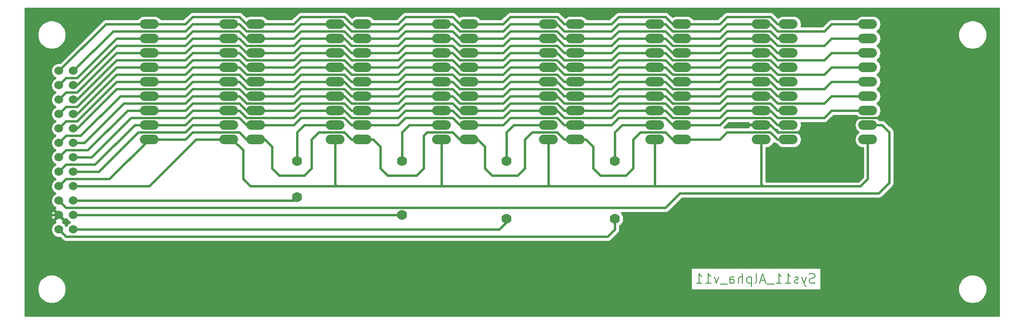
<source format=gbr>
G04 #@! TF.GenerationSoftware,KiCad,Pcbnew,5.0.2-bee76a0~70~ubuntu18.04.1*
G04 #@! TF.CreationDate,2019-03-16T15:39:38+01:00*
G04 #@! TF.ProjectId,Sys11Alpha_v11_,53797331-3141-46c7-9068-615f7631315f,rev?*
G04 #@! TF.SameCoordinates,Original*
G04 #@! TF.FileFunction,Copper,L16,Bot*
G04 #@! TF.FilePolarity,Positive*
%FSLAX46Y46*%
G04 Gerber Fmt 4.6, Leading zero omitted, Abs format (unit mm)*
G04 Created by KiCad (PCBNEW 5.0.2-bee76a0~70~ubuntu18.04.1) date Sa 16 Mär 2019 15:39:38 CET*
%MOMM*%
%LPD*%
G01*
G04 APERTURE LIST*
G04 #@! TA.AperFunction,NonConductor*
%ADD10C,0.142240*%
G04 #@! TD*
G04 #@! TA.AperFunction,ComponentPad*
%ADD11C,1.524000*%
G04 #@! TD*
G04 #@! TA.AperFunction,ComponentPad*
%ADD12O,3.352800X1.676400*%
G04 #@! TD*
G04 #@! TA.AperFunction,ViaPad*
%ADD13C,1.778000*%
G04 #@! TD*
G04 #@! TA.AperFunction,Conductor*
%ADD14C,0.406400*%
G04 #@! TD*
G04 APERTURE END LIST*
D10*
X157700810Y-67784133D02*
X157459510Y-67864566D01*
X157057344Y-67864566D01*
X156896477Y-67784133D01*
X156816044Y-67703700D01*
X156735610Y-67542833D01*
X156735610Y-67381966D01*
X156816044Y-67221100D01*
X156896477Y-67140666D01*
X157057344Y-67060233D01*
X157379077Y-66979800D01*
X157539944Y-66899366D01*
X157620377Y-66818933D01*
X157700810Y-66658066D01*
X157700810Y-66497200D01*
X157620377Y-66336333D01*
X157539944Y-66255900D01*
X157379077Y-66175466D01*
X156976910Y-66175466D01*
X156735610Y-66255900D01*
X156172577Y-66738500D02*
X155770410Y-67864566D01*
X155368244Y-66738500D02*
X155770410Y-67864566D01*
X155931277Y-68266733D01*
X156011710Y-68347166D01*
X156172577Y-68427600D01*
X154805210Y-67784133D02*
X154644344Y-67864566D01*
X154322610Y-67864566D01*
X154161744Y-67784133D01*
X154081310Y-67623266D01*
X154081310Y-67542833D01*
X154161744Y-67381966D01*
X154322610Y-67301533D01*
X154563910Y-67301533D01*
X154724777Y-67221100D01*
X154805210Y-67060233D01*
X154805210Y-66979800D01*
X154724777Y-66818933D01*
X154563910Y-66738500D01*
X154322610Y-66738500D01*
X154161744Y-66818933D01*
X152472644Y-67864566D02*
X153437844Y-67864566D01*
X152955244Y-67864566D02*
X152955244Y-66175466D01*
X153116110Y-66416766D01*
X153276977Y-66577633D01*
X153437844Y-66658066D01*
X150863977Y-67864566D02*
X151829177Y-67864566D01*
X151346577Y-67864566D02*
X151346577Y-66175466D01*
X151507444Y-66416766D01*
X151668310Y-66577633D01*
X151829177Y-66658066D01*
X150542244Y-68025433D02*
X149255310Y-68025433D01*
X148933577Y-67381966D02*
X148129244Y-67381966D01*
X149094444Y-67864566D02*
X148531410Y-66175466D01*
X147968377Y-67864566D01*
X147164044Y-67864566D02*
X147324910Y-67784133D01*
X147405344Y-67623266D01*
X147405344Y-66175466D01*
X146520577Y-66738500D02*
X146520577Y-68427600D01*
X146520577Y-66818933D02*
X146359710Y-66738500D01*
X146037977Y-66738500D01*
X145877110Y-66818933D01*
X145796677Y-66899366D01*
X145716244Y-67060233D01*
X145716244Y-67542833D01*
X145796677Y-67703700D01*
X145877110Y-67784133D01*
X146037977Y-67864566D01*
X146359710Y-67864566D01*
X146520577Y-67784133D01*
X144992344Y-67864566D02*
X144992344Y-66175466D01*
X144268444Y-67864566D02*
X144268444Y-66979800D01*
X144348877Y-66818933D01*
X144509744Y-66738500D01*
X144751044Y-66738500D01*
X144911910Y-66818933D01*
X144992344Y-66899366D01*
X142740210Y-67864566D02*
X142740210Y-66979800D01*
X142820644Y-66818933D01*
X142981510Y-66738500D01*
X143303244Y-66738500D01*
X143464110Y-66818933D01*
X142740210Y-67784133D02*
X142901077Y-67864566D01*
X143303244Y-67864566D01*
X143464110Y-67784133D01*
X143544544Y-67623266D01*
X143544544Y-67462400D01*
X143464110Y-67301533D01*
X143303244Y-67221100D01*
X142901077Y-67221100D01*
X142740210Y-67140666D01*
X142338044Y-68025433D02*
X141051110Y-68025433D01*
X140809810Y-66738500D02*
X140407644Y-67864566D01*
X140005477Y-66738500D01*
X138477244Y-67864566D02*
X139442444Y-67864566D01*
X138959844Y-67864566D02*
X138959844Y-66175466D01*
X139120710Y-66416766D01*
X139281577Y-66577633D01*
X139442444Y-66658066D01*
X136868577Y-67864566D02*
X137833777Y-67864566D01*
X137351177Y-67864566D02*
X137351177Y-66175466D01*
X137512044Y-66416766D01*
X137672910Y-66577633D01*
X137833777Y-66658066D01*
D11*
G04 #@! TO.P,JP1,1*
G04 #@! TO.N,A*
X24765000Y-30480000D03*
G04 #@! TO.P,JP1,2*
G04 #@! TO.N,B*
X27305000Y-30480000D03*
G04 #@! TO.P,JP1,3*
G04 #@! TO.N,M*
X24765000Y-33020000D03*
G04 #@! TO.P,JP1,4*
G04 #@! TO.N,N*
X27305000Y-33020000D03*
G04 #@! TO.P,JP1,5*
G04 #@! TO.N,K*
X24765000Y-35560000D03*
G04 #@! TO.P,JP1,6*
G04 #@! TO.N,C*
X27305000Y-35560000D03*
G04 #@! TO.P,JP1,7*
G04 #@! TO.N,H*
X24765000Y-38100000D03*
G04 #@! TO.P,JP1,8*
G04 #@! TO.N,P*
X27305000Y-38100000D03*
G04 #@! TO.P,JP1,9*
G04 #@! TO.N,U*
X24765000Y-40640000D03*
G04 #@! TO.P,JP1,10*
G04 #@! TO.N,R*
X27305000Y-40640000D03*
G04 #@! TO.P,JP1,11*
G04 #@! TO.N,S*
X24765000Y-43180000D03*
G04 #@! TO.P,JP1,12*
G04 #@! TO.N,D*
X27305000Y-43180000D03*
G04 #@! TO.P,JP1,13*
G04 #@! TO.N,T*
X24765000Y-45720000D03*
G04 #@! TO.P,JP1,14*
G04 #@! TO.N,DOT*
X27305000Y-45720000D03*
G04 #@! TO.P,JP1,15*
G04 #@! TO.N,G*
X24765000Y-48260000D03*
G04 #@! TO.P,JP1,16*
G04 #@! TO.N,STR1*
X27305000Y-48260000D03*
G04 #@! TO.P,JP1,17*
G04 #@! TO.N,F*
X24765000Y-50800000D03*
G04 #@! TO.P,JP1,18*
G04 #@! TO.N,E*
X27305000Y-50800000D03*
G04 #@! TO.P,JP1,19*
G04 #@! TO.N,STR7*
X24765000Y-53340000D03*
G04 #@! TO.P,JP1,20*
G04 #@! TO.N,STR2*
X27305000Y-53340000D03*
G04 #@! TO.P,JP1,21*
G04 #@! TO.N,STR6*
X24765000Y-55880000D03*
G04 #@! TO.P,JP1,22*
G04 #@! TO.N,STR3*
X27305000Y-55880000D03*
G04 #@! TO.P,JP1,23*
G04 #@! TO.N,STR5*
X24765000Y-58420000D03*
G04 #@! TO.P,JP1,24*
G04 #@! TO.N,STR4*
X27305000Y-58420000D03*
G04 #@! TD*
D12*
G04 #@! TO.P,U$1,5*
G04 #@! TO.N,U*
X40640000Y-32385000D03*
G04 #@! TO.P,U$1,6*
G04 #@! TO.N,S*
X40640000Y-34925000D03*
G04 #@! TO.P,U$1,7*
G04 #@! TO.N,T*
X40640000Y-37465000D03*
G04 #@! TO.P,U$1,14*
G04 #@! TO.N,R*
X54610000Y-32385000D03*
G04 #@! TO.P,U$1,13*
G04 #@! TO.N,D*
X54610000Y-34925000D03*
G04 #@! TO.P,U$1,12*
G04 #@! TO.N,DOT*
X54610000Y-37465000D03*
G04 #@! TO.P,U$1,10*
G04 #@! TO.N,E*
X54610000Y-42545000D03*
G04 #@! TO.P,U$1,11*
G04 #@! TO.N,STR1*
X54610000Y-40005000D03*
G04 #@! TO.P,U$1,4*
G04 #@! TO.N,H*
X40640000Y-29845000D03*
G04 #@! TO.P,U$1,3*
G04 #@! TO.N,K*
X40640000Y-27305000D03*
G04 #@! TO.P,U$1,2*
G04 #@! TO.N,M*
X40640000Y-24765000D03*
G04 #@! TO.P,U$1,15*
G04 #@! TO.N,P*
X54610000Y-29845000D03*
G04 #@! TO.P,U$1,17*
G04 #@! TO.N,N*
X54610000Y-24765000D03*
G04 #@! TO.P,U$1,8*
G04 #@! TO.N,G*
X40640000Y-40005000D03*
G04 #@! TO.P,U$1,9*
G04 #@! TO.N,F*
X40640000Y-42545000D03*
G04 #@! TO.P,U$1,1*
G04 #@! TO.N,A*
X40640000Y-22225000D03*
G04 #@! TO.P,U$1,18*
G04 #@! TO.N,B*
X54610000Y-22225000D03*
G04 #@! TO.P,U$1,16*
G04 #@! TO.N,C*
X54610000Y-27305000D03*
G04 #@! TD*
G04 #@! TO.P,U$2,5*
G04 #@! TO.N,U*
X59372500Y-32385000D03*
G04 #@! TO.P,U$2,6*
G04 #@! TO.N,S*
X59372500Y-34925000D03*
G04 #@! TO.P,U$2,7*
G04 #@! TO.N,T*
X59372500Y-37465000D03*
G04 #@! TO.P,U$2,14*
G04 #@! TO.N,R*
X73342500Y-32385000D03*
G04 #@! TO.P,U$2,13*
G04 #@! TO.N,D*
X73342500Y-34925000D03*
G04 #@! TO.P,U$2,12*
G04 #@! TO.N,DOT*
X73342500Y-37465000D03*
G04 #@! TO.P,U$2,10*
G04 #@! TO.N,E*
X73342500Y-42545000D03*
G04 #@! TO.P,U$2,11*
G04 #@! TO.N,STR2*
X73342500Y-40005000D03*
G04 #@! TO.P,U$2,4*
G04 #@! TO.N,H*
X59372500Y-29845000D03*
G04 #@! TO.P,U$2,3*
G04 #@! TO.N,K*
X59372500Y-27305000D03*
G04 #@! TO.P,U$2,2*
G04 #@! TO.N,M*
X59372500Y-24765000D03*
G04 #@! TO.P,U$2,15*
G04 #@! TO.N,P*
X73342500Y-29845000D03*
G04 #@! TO.P,U$2,17*
G04 #@! TO.N,N*
X73342500Y-24765000D03*
G04 #@! TO.P,U$2,8*
G04 #@! TO.N,G*
X59372500Y-40005000D03*
G04 #@! TO.P,U$2,9*
G04 #@! TO.N,F*
X59372500Y-42545000D03*
G04 #@! TO.P,U$2,1*
G04 #@! TO.N,A*
X59372500Y-22225000D03*
G04 #@! TO.P,U$2,18*
G04 #@! TO.N,B*
X73342500Y-22225000D03*
G04 #@! TO.P,U$2,16*
G04 #@! TO.N,C*
X73342500Y-27305000D03*
G04 #@! TD*
G04 #@! TO.P,U$3,5*
G04 #@! TO.N,U*
X78105000Y-32385000D03*
G04 #@! TO.P,U$3,6*
G04 #@! TO.N,S*
X78105000Y-34925000D03*
G04 #@! TO.P,U$3,7*
G04 #@! TO.N,T*
X78105000Y-37465000D03*
G04 #@! TO.P,U$3,14*
G04 #@! TO.N,R*
X92075000Y-32385000D03*
G04 #@! TO.P,U$3,13*
G04 #@! TO.N,D*
X92075000Y-34925000D03*
G04 #@! TO.P,U$3,12*
G04 #@! TO.N,DOT*
X92075000Y-37465000D03*
G04 #@! TO.P,U$3,10*
G04 #@! TO.N,E*
X92075000Y-42545000D03*
G04 #@! TO.P,U$3,11*
G04 #@! TO.N,STR3*
X92075000Y-40005000D03*
G04 #@! TO.P,U$3,4*
G04 #@! TO.N,H*
X78105000Y-29845000D03*
G04 #@! TO.P,U$3,3*
G04 #@! TO.N,K*
X78105000Y-27305000D03*
G04 #@! TO.P,U$3,2*
G04 #@! TO.N,M*
X78105000Y-24765000D03*
G04 #@! TO.P,U$3,15*
G04 #@! TO.N,P*
X92075000Y-29845000D03*
G04 #@! TO.P,U$3,17*
G04 #@! TO.N,N*
X92075000Y-24765000D03*
G04 #@! TO.P,U$3,8*
G04 #@! TO.N,G*
X78105000Y-40005000D03*
G04 #@! TO.P,U$3,9*
G04 #@! TO.N,F*
X78105000Y-42545000D03*
G04 #@! TO.P,U$3,1*
G04 #@! TO.N,A*
X78105000Y-22225000D03*
G04 #@! TO.P,U$3,18*
G04 #@! TO.N,B*
X92075000Y-22225000D03*
G04 #@! TO.P,U$3,16*
G04 #@! TO.N,C*
X92075000Y-27305000D03*
G04 #@! TD*
G04 #@! TO.P,U$4,5*
G04 #@! TO.N,U*
X96837500Y-32385000D03*
G04 #@! TO.P,U$4,6*
G04 #@! TO.N,S*
X96837500Y-34925000D03*
G04 #@! TO.P,U$4,7*
G04 #@! TO.N,T*
X96837500Y-37465000D03*
G04 #@! TO.P,U$4,14*
G04 #@! TO.N,R*
X110807500Y-32385000D03*
G04 #@! TO.P,U$4,13*
G04 #@! TO.N,D*
X110807500Y-34925000D03*
G04 #@! TO.P,U$4,12*
G04 #@! TO.N,DOT*
X110807500Y-37465000D03*
G04 #@! TO.P,U$4,10*
G04 #@! TO.N,E*
X110807500Y-42545000D03*
G04 #@! TO.P,U$4,11*
G04 #@! TO.N,STR4*
X110807500Y-40005000D03*
G04 #@! TO.P,U$4,4*
G04 #@! TO.N,H*
X96837500Y-29845000D03*
G04 #@! TO.P,U$4,3*
G04 #@! TO.N,K*
X96837500Y-27305000D03*
G04 #@! TO.P,U$4,2*
G04 #@! TO.N,M*
X96837500Y-24765000D03*
G04 #@! TO.P,U$4,15*
G04 #@! TO.N,P*
X110807500Y-29845000D03*
G04 #@! TO.P,U$4,17*
G04 #@! TO.N,N*
X110807500Y-24765000D03*
G04 #@! TO.P,U$4,8*
G04 #@! TO.N,G*
X96837500Y-40005000D03*
G04 #@! TO.P,U$4,9*
G04 #@! TO.N,F*
X96837500Y-42545000D03*
G04 #@! TO.P,U$4,1*
G04 #@! TO.N,A*
X96837500Y-22225000D03*
G04 #@! TO.P,U$4,18*
G04 #@! TO.N,B*
X110807500Y-22225000D03*
G04 #@! TO.P,U$4,16*
G04 #@! TO.N,C*
X110807500Y-27305000D03*
G04 #@! TD*
G04 #@! TO.P,U$5,5*
G04 #@! TO.N,U*
X115570000Y-32385000D03*
G04 #@! TO.P,U$5,6*
G04 #@! TO.N,S*
X115570000Y-34925000D03*
G04 #@! TO.P,U$5,7*
G04 #@! TO.N,T*
X115570000Y-37465000D03*
G04 #@! TO.P,U$5,14*
G04 #@! TO.N,R*
X129540000Y-32385000D03*
G04 #@! TO.P,U$5,13*
G04 #@! TO.N,D*
X129540000Y-34925000D03*
G04 #@! TO.P,U$5,12*
G04 #@! TO.N,DOT*
X129540000Y-37465000D03*
G04 #@! TO.P,U$5,10*
G04 #@! TO.N,E*
X129540000Y-42545000D03*
G04 #@! TO.P,U$5,11*
G04 #@! TO.N,STR5*
X129540000Y-40005000D03*
G04 #@! TO.P,U$5,4*
G04 #@! TO.N,H*
X115570000Y-29845000D03*
G04 #@! TO.P,U$5,3*
G04 #@! TO.N,K*
X115570000Y-27305000D03*
G04 #@! TO.P,U$5,2*
G04 #@! TO.N,M*
X115570000Y-24765000D03*
G04 #@! TO.P,U$5,15*
G04 #@! TO.N,P*
X129540000Y-29845000D03*
G04 #@! TO.P,U$5,17*
G04 #@! TO.N,N*
X129540000Y-24765000D03*
G04 #@! TO.P,U$5,8*
G04 #@! TO.N,G*
X115570000Y-40005000D03*
G04 #@! TO.P,U$5,9*
G04 #@! TO.N,F*
X115570000Y-42545000D03*
G04 #@! TO.P,U$5,1*
G04 #@! TO.N,A*
X115570000Y-22225000D03*
G04 #@! TO.P,U$5,18*
G04 #@! TO.N,B*
X129540000Y-22225000D03*
G04 #@! TO.P,U$5,16*
G04 #@! TO.N,C*
X129540000Y-27305000D03*
G04 #@! TD*
G04 #@! TO.P,U$6,5*
G04 #@! TO.N,U*
X134302500Y-32385000D03*
G04 #@! TO.P,U$6,6*
G04 #@! TO.N,S*
X134302500Y-34925000D03*
G04 #@! TO.P,U$6,7*
G04 #@! TO.N,T*
X134302500Y-37465000D03*
G04 #@! TO.P,U$6,14*
G04 #@! TO.N,R*
X148272500Y-32385000D03*
G04 #@! TO.P,U$6,13*
G04 #@! TO.N,D*
X148272500Y-34925000D03*
G04 #@! TO.P,U$6,12*
G04 #@! TO.N,DOT*
X148272500Y-37465000D03*
G04 #@! TO.P,U$6,10*
G04 #@! TO.N,E*
X148272500Y-42545000D03*
G04 #@! TO.P,U$6,11*
G04 #@! TO.N,STR6*
X148272500Y-40005000D03*
G04 #@! TO.P,U$6,4*
G04 #@! TO.N,H*
X134302500Y-29845000D03*
G04 #@! TO.P,U$6,3*
G04 #@! TO.N,K*
X134302500Y-27305000D03*
G04 #@! TO.P,U$6,2*
G04 #@! TO.N,M*
X134302500Y-24765000D03*
G04 #@! TO.P,U$6,15*
G04 #@! TO.N,P*
X148272500Y-29845000D03*
G04 #@! TO.P,U$6,17*
G04 #@! TO.N,N*
X148272500Y-24765000D03*
G04 #@! TO.P,U$6,8*
G04 #@! TO.N,G*
X134302500Y-40005000D03*
G04 #@! TO.P,U$6,9*
G04 #@! TO.N,F*
X134302500Y-42545000D03*
G04 #@! TO.P,U$6,1*
G04 #@! TO.N,A*
X134302500Y-22225000D03*
G04 #@! TO.P,U$6,18*
G04 #@! TO.N,B*
X148272500Y-22225000D03*
G04 #@! TO.P,U$6,16*
G04 #@! TO.N,C*
X148272500Y-27305000D03*
G04 #@! TD*
G04 #@! TO.P,U$7,5*
G04 #@! TO.N,U*
X153035000Y-32385000D03*
G04 #@! TO.P,U$7,6*
G04 #@! TO.N,S*
X153035000Y-34925000D03*
G04 #@! TO.P,U$7,7*
G04 #@! TO.N,T*
X153035000Y-37465000D03*
G04 #@! TO.P,U$7,14*
G04 #@! TO.N,R*
X167005000Y-32385000D03*
G04 #@! TO.P,U$7,13*
G04 #@! TO.N,D*
X167005000Y-34925000D03*
G04 #@! TO.P,U$7,12*
G04 #@! TO.N,DOT*
X167005000Y-37465000D03*
G04 #@! TO.P,U$7,10*
G04 #@! TO.N,E*
X167005000Y-42545000D03*
G04 #@! TO.P,U$7,11*
G04 #@! TO.N,STR7*
X167005000Y-40005000D03*
G04 #@! TO.P,U$7,4*
G04 #@! TO.N,H*
X153035000Y-29845000D03*
G04 #@! TO.P,U$7,3*
G04 #@! TO.N,K*
X153035000Y-27305000D03*
G04 #@! TO.P,U$7,2*
G04 #@! TO.N,M*
X153035000Y-24765000D03*
G04 #@! TO.P,U$7,15*
G04 #@! TO.N,P*
X167005000Y-29845000D03*
G04 #@! TO.P,U$7,17*
G04 #@! TO.N,N*
X167005000Y-24765000D03*
G04 #@! TO.P,U$7,8*
G04 #@! TO.N,G*
X153035000Y-40005000D03*
G04 #@! TO.P,U$7,9*
G04 #@! TO.N,F*
X153035000Y-42545000D03*
G04 #@! TO.P,U$7,1*
G04 #@! TO.N,A*
X153035000Y-22225000D03*
G04 #@! TO.P,U$7,18*
G04 #@! TO.N,B*
X167005000Y-22225000D03*
G04 #@! TO.P,U$7,16*
G04 #@! TO.N,C*
X167005000Y-27305000D03*
G04 #@! TD*
D13*
G04 #@! TO.N,STR2*
X66675000Y-46355000D03*
X66675000Y-52705000D03*
G04 #@! TO.N,STR3*
X85090000Y-46355000D03*
X85090000Y-55880000D03*
G04 #@! TO.N,STR4*
X103505000Y-46355000D03*
X103505000Y-56515000D03*
G04 #@! TO.N,STR5*
X122555000Y-46355000D03*
X122555000Y-56515000D03*
G04 #@! TD*
D14*
G04 #@! TO.N,A*
X33020000Y-22225000D02*
X40640000Y-22225000D01*
X24765000Y-30480000D02*
X33020000Y-22225000D01*
X40640000Y-22225000D02*
X46990000Y-22225000D01*
X46990000Y-22225000D02*
X48260000Y-20955000D01*
X57785000Y-22225000D02*
X59372500Y-22225000D01*
X48260000Y-20955000D02*
X56515000Y-20955000D01*
X56515000Y-20955000D02*
X57785000Y-22225000D01*
X59372500Y-22225000D02*
X66040000Y-22225000D01*
X66040000Y-22225000D02*
X67310000Y-20955000D01*
X67310000Y-20955000D02*
X74930000Y-20955000D01*
X74930000Y-20955000D02*
X76200000Y-22225000D01*
X76200000Y-22225000D02*
X78105000Y-22225000D01*
X78105000Y-22225000D02*
X84455000Y-22225000D01*
X84455000Y-22225000D02*
X85725000Y-20955000D01*
X85725000Y-20955000D02*
X93980000Y-20955000D01*
X93980000Y-20955000D02*
X95250000Y-22225000D01*
X95250000Y-22225000D02*
X96837500Y-22225000D01*
X96837500Y-22225000D02*
X102870000Y-22225000D01*
X102870000Y-22225000D02*
X104140000Y-20955000D01*
X104140000Y-20955000D02*
X112395000Y-20955000D01*
X112395000Y-20955000D02*
X113665000Y-22225000D01*
X113665000Y-22225000D02*
X115570000Y-22225000D01*
X115570000Y-22225000D02*
X121920000Y-22225000D01*
X121920000Y-22225000D02*
X123190000Y-20955000D01*
X123190000Y-20955000D02*
X131445000Y-20955000D01*
X131445000Y-20955000D02*
X132715000Y-22225000D01*
X132715000Y-22225000D02*
X134302500Y-22225000D01*
X134302500Y-22225000D02*
X140970000Y-22225000D01*
X140970000Y-22225000D02*
X142240000Y-20955000D01*
X142240000Y-20955000D02*
X149860000Y-20955000D01*
X149860000Y-20955000D02*
X151130000Y-22225000D01*
X151130000Y-22225000D02*
X153035000Y-22225000D01*
G04 #@! TO.N,B*
X48260000Y-22225000D02*
X54610000Y-22225000D01*
X46990000Y-23495000D02*
X48260000Y-22225000D01*
X34290000Y-23495000D02*
X46990000Y-23495000D01*
X27305000Y-30480000D02*
X34290000Y-23495000D01*
X54610000Y-22225000D02*
X56515000Y-22225000D01*
X56515000Y-22225000D02*
X57785000Y-23495000D01*
X57785000Y-23495000D02*
X66040000Y-23495000D01*
X66040000Y-23495000D02*
X67310000Y-22225000D01*
X67310000Y-22225000D02*
X73342500Y-22225000D01*
X73342500Y-22225000D02*
X74930000Y-22225000D01*
X74930000Y-22225000D02*
X76200000Y-23495000D01*
X76200000Y-23495000D02*
X84455000Y-23495000D01*
X84455000Y-23495000D02*
X85725000Y-22225000D01*
X85725000Y-22225000D02*
X92075000Y-22225000D01*
X92075000Y-22225000D02*
X93980000Y-22225000D01*
X93980000Y-22225000D02*
X95250000Y-23495000D01*
X95250000Y-23495000D02*
X102870000Y-23495000D01*
X102870000Y-23495000D02*
X104140000Y-22225000D01*
X104140000Y-22225000D02*
X110807500Y-22225000D01*
X110807500Y-22225000D02*
X112395000Y-22225000D01*
X112395000Y-22225000D02*
X113665000Y-23495000D01*
X113665000Y-23495000D02*
X121920000Y-23495000D01*
X121920000Y-23495000D02*
X123190000Y-22225000D01*
X123190000Y-22225000D02*
X129540000Y-22225000D01*
X129540000Y-22225000D02*
X131445000Y-22225000D01*
X131445000Y-22225000D02*
X132715000Y-23495000D01*
X132715000Y-23495000D02*
X140970000Y-23495000D01*
X140970000Y-23495000D02*
X142240000Y-22225000D01*
X142240000Y-22225000D02*
X148272500Y-22225000D01*
X148272500Y-22225000D02*
X149860000Y-22225000D01*
X149860000Y-22225000D02*
X151130000Y-23495000D01*
X151130000Y-23495000D02*
X159385000Y-23495000D01*
X159385000Y-23495000D02*
X160655000Y-22225000D01*
X160655000Y-22225000D02*
X167005000Y-22225000D01*
G04 #@! TO.N,C*
X48260000Y-27305000D02*
X54610000Y-27305000D01*
X46990000Y-28575000D02*
X48260000Y-27305000D01*
X34925000Y-28575000D02*
X46990000Y-28575000D01*
X27940000Y-35560000D02*
X34925000Y-28575000D01*
X27305000Y-35560000D02*
X27940000Y-35560000D01*
X54610000Y-27305000D02*
X56515000Y-27305000D01*
X56515000Y-27305000D02*
X57785000Y-28575000D01*
X57785000Y-28575000D02*
X66040000Y-28575000D01*
X66040000Y-28575000D02*
X67310000Y-27305000D01*
X67310000Y-27305000D02*
X73342500Y-27305000D01*
X73342500Y-27305000D02*
X74930000Y-27305000D01*
X74930000Y-27305000D02*
X76200000Y-28575000D01*
X76200000Y-28575000D02*
X84455000Y-28575000D01*
X84455000Y-28575000D02*
X85725000Y-27305000D01*
X85725000Y-27305000D02*
X92075000Y-27305000D01*
X92075000Y-27305000D02*
X93980000Y-27305000D01*
X93980000Y-27305000D02*
X95250000Y-28575000D01*
X95250000Y-28575000D02*
X102870000Y-28575000D01*
X102870000Y-28575000D02*
X104140000Y-27305000D01*
X104140000Y-27305000D02*
X110807500Y-27305000D01*
X110807500Y-27305000D02*
X112395000Y-27305000D01*
X112395000Y-27305000D02*
X113665000Y-28575000D01*
X113665000Y-28575000D02*
X121920000Y-28575000D01*
X121920000Y-28575000D02*
X123190000Y-27305000D01*
X123190000Y-27305000D02*
X129540000Y-27305000D01*
X129540000Y-27305000D02*
X131445000Y-27305000D01*
X131445000Y-27305000D02*
X132715000Y-28575000D01*
X132715000Y-28575000D02*
X140970000Y-28575000D01*
X140970000Y-28575000D02*
X142240000Y-27305000D01*
X142240000Y-27305000D02*
X148272500Y-27305000D01*
X148272500Y-27305000D02*
X149860000Y-27305000D01*
X149860000Y-27305000D02*
X151130000Y-28575000D01*
X151130000Y-28575000D02*
X159385000Y-28575000D01*
X159385000Y-28575000D02*
X160655000Y-27305000D01*
X160655000Y-27305000D02*
X167005000Y-27305000D01*
G04 #@! TO.N,D*
X48260000Y-34925000D02*
X54610000Y-34925000D01*
X46990000Y-36195000D02*
X48260000Y-34925000D01*
X36195000Y-36195000D02*
X46990000Y-36195000D01*
X29210000Y-43180000D02*
X36195000Y-36195000D01*
X27305000Y-43180000D02*
X29210000Y-43180000D01*
X54610000Y-34925000D02*
X56515000Y-34925000D01*
X56515000Y-34925000D02*
X57785000Y-36195000D01*
X57785000Y-36195000D02*
X66040000Y-36195000D01*
X66040000Y-36195000D02*
X67310000Y-34925000D01*
X67310000Y-34925000D02*
X73342500Y-34925000D01*
X73342500Y-34925000D02*
X74930000Y-34925000D01*
X74930000Y-34925000D02*
X76200000Y-36195000D01*
X76200000Y-36195000D02*
X84455000Y-36195000D01*
X84455000Y-36195000D02*
X85725000Y-34925000D01*
X85725000Y-34925000D02*
X92075000Y-34925000D01*
X92075000Y-34925000D02*
X93980000Y-34925000D01*
X93980000Y-34925000D02*
X95250000Y-36195000D01*
X95250000Y-36195000D02*
X102870000Y-36195000D01*
X102870000Y-36195000D02*
X104140000Y-34925000D01*
X104140000Y-34925000D02*
X110807500Y-34925000D01*
X110807500Y-34925000D02*
X112395000Y-34925000D01*
X112395000Y-34925000D02*
X113665000Y-36195000D01*
X113665000Y-36195000D02*
X121920000Y-36195000D01*
X121920000Y-36195000D02*
X123190000Y-34925000D01*
X123190000Y-34925000D02*
X129540000Y-34925000D01*
X129540000Y-34925000D02*
X131445000Y-34925000D01*
X131445000Y-34925000D02*
X132715000Y-36195000D01*
X132715000Y-36195000D02*
X140970000Y-36195000D01*
X140970000Y-36195000D02*
X142240000Y-34925000D01*
X142240000Y-34925000D02*
X148272500Y-34925000D01*
X148272500Y-34925000D02*
X149860000Y-34925000D01*
X149860000Y-34925000D02*
X151130000Y-36195000D01*
X151130000Y-36195000D02*
X159385000Y-36195000D01*
X159385000Y-36195000D02*
X160655000Y-34925000D01*
X160655000Y-34925000D02*
X167005000Y-34925000D01*
G04 #@! TO.N,DOT*
X48260000Y-37465000D02*
X54610000Y-37465000D01*
X46990000Y-38735000D02*
X48260000Y-37465000D01*
X37465000Y-38735000D02*
X46990000Y-38735000D01*
X30480000Y-45720000D02*
X37465000Y-38735000D01*
X27305000Y-45720000D02*
X30480000Y-45720000D01*
X54610000Y-37465000D02*
X56515000Y-37465000D01*
X56515000Y-37465000D02*
X57785000Y-38735000D01*
X57785000Y-38735000D02*
X66040000Y-38735000D01*
X66040000Y-38735000D02*
X67310000Y-37465000D01*
X67310000Y-37465000D02*
X73342500Y-37465000D01*
X73342500Y-37465000D02*
X74930000Y-37465000D01*
X74930000Y-37465000D02*
X76200000Y-38735000D01*
X76200000Y-38735000D02*
X84455000Y-38735000D01*
X84455000Y-38735000D02*
X85725000Y-37465000D01*
X85725000Y-37465000D02*
X92075000Y-37465000D01*
X92075000Y-37465000D02*
X93980000Y-37465000D01*
X93980000Y-37465000D02*
X95250000Y-38735000D01*
X95250000Y-38735000D02*
X102870000Y-38735000D01*
X102870000Y-38735000D02*
X104140000Y-37465000D01*
X104140000Y-37465000D02*
X110807500Y-37465000D01*
X110807500Y-37465000D02*
X112395000Y-37465000D01*
X112395000Y-37465000D02*
X113665000Y-38735000D01*
X113665000Y-38735000D02*
X121920000Y-38735000D01*
X121920000Y-38735000D02*
X123190000Y-37465000D01*
X123190000Y-37465000D02*
X129540000Y-37465000D01*
X129540000Y-37465000D02*
X131445000Y-37465000D01*
X131445000Y-37465000D02*
X132715000Y-38735000D01*
X132715000Y-38735000D02*
X140970000Y-38735000D01*
X140970000Y-38735000D02*
X142240000Y-37465000D01*
X142240000Y-37465000D02*
X148272500Y-37465000D01*
X148272500Y-37465000D02*
X149860000Y-37465000D01*
X149860000Y-37465000D02*
X151130000Y-38735000D01*
X151130000Y-38735000D02*
X159385000Y-38735000D01*
X159385000Y-38735000D02*
X160655000Y-37465000D01*
X160655000Y-37465000D02*
X167005000Y-37465000D01*
G04 #@! TO.N,E*
X148272500Y-42545000D02*
X148590000Y-42545000D01*
X27305000Y-50800000D02*
X40640000Y-50800000D01*
X40640000Y-50800000D02*
X48895000Y-42545000D01*
X48895000Y-42545000D02*
X54610000Y-42545000D01*
X54610000Y-42545000D02*
X55245000Y-42545000D01*
X55245000Y-42545000D02*
X57150000Y-44450000D01*
X57150000Y-44450000D02*
X57150000Y-49530000D01*
X57150000Y-49530000D02*
X58420000Y-50800000D01*
X58420000Y-50800000D02*
X73660000Y-50800000D01*
X73660000Y-50800000D02*
X92075000Y-50800000D01*
X92075000Y-50800000D02*
X111125000Y-50800000D01*
X111125000Y-50800000D02*
X129540000Y-50800000D01*
X129540000Y-50800000D02*
X148590000Y-50800000D01*
X148590000Y-50800000D02*
X165735000Y-50800000D01*
X165735000Y-50800000D02*
X167005000Y-49530000D01*
X167005000Y-49530000D02*
X167005000Y-42545000D01*
X73342500Y-50482500D02*
X73342500Y-42545000D01*
X73660000Y-50800000D02*
X73342500Y-50482500D01*
X92075000Y-50800000D02*
X92075000Y-42545000D01*
X110807500Y-50482500D02*
X110807500Y-42545000D01*
X111125000Y-50800000D02*
X110807500Y-50482500D01*
X129540000Y-50800000D02*
X129540000Y-42545000D01*
X148272500Y-50482500D02*
X148272500Y-42545000D01*
X148590000Y-50800000D02*
X148272500Y-50482500D01*
G04 #@! TO.N,F*
X24765000Y-50800000D02*
X26035000Y-49530000D01*
X33655000Y-49530000D02*
X40640000Y-42545000D01*
X26035000Y-49530000D02*
X33655000Y-49530000D01*
X74930000Y-41275000D02*
X76200000Y-42545000D01*
X76200000Y-42545000D02*
X78105000Y-42545000D01*
X93980000Y-41275000D02*
X95250000Y-42545000D01*
X95250000Y-42545000D02*
X96837500Y-42545000D01*
X151130000Y-42545000D02*
X153035000Y-42545000D01*
X149860000Y-41275000D02*
X151130000Y-42545000D01*
X142240000Y-41275000D02*
X149860000Y-41275000D01*
X140970000Y-42545000D02*
X142240000Y-41275000D01*
X134302500Y-42545000D02*
X140970000Y-42545000D01*
X40640000Y-42545000D02*
X46990000Y-42545000D01*
X46990000Y-42545000D02*
X48260000Y-41275000D01*
X48260000Y-41275000D02*
X56515000Y-41275000D01*
X56515000Y-41275000D02*
X57785000Y-42545000D01*
X57785000Y-42545000D02*
X59372500Y-42545000D01*
X59372500Y-42545000D02*
X60960000Y-42545000D01*
X60960000Y-42545000D02*
X62230000Y-43815000D01*
X62230000Y-43815000D02*
X62230000Y-47625000D01*
X62230000Y-47625000D02*
X63500000Y-48895000D01*
X63500000Y-48895000D02*
X67945000Y-48895000D01*
X67945000Y-48895000D02*
X69215000Y-47625000D01*
X69215000Y-47625000D02*
X69215000Y-42545000D01*
X69215000Y-42545000D02*
X70485000Y-41275000D01*
X70485000Y-41275000D02*
X74930000Y-41275000D01*
X78105000Y-42545000D02*
X80010000Y-42545000D01*
X80010000Y-42545000D02*
X81280000Y-43815000D01*
X81280000Y-43815000D02*
X81280000Y-47625000D01*
X81280000Y-47625000D02*
X82550000Y-48895000D01*
X82550000Y-48895000D02*
X87630000Y-48895000D01*
X87630000Y-48895000D02*
X88900000Y-47625000D01*
X88900000Y-47625000D02*
X88900000Y-41910000D01*
X88900000Y-41910000D02*
X89535000Y-41275000D01*
X89535000Y-41275000D02*
X93980000Y-41275000D01*
X96837500Y-42545000D02*
X98425000Y-42545000D01*
X98425000Y-42545000D02*
X99695000Y-43815000D01*
X99695000Y-43815000D02*
X99695000Y-47625000D01*
X99695000Y-47625000D02*
X100965000Y-48895000D01*
X100965000Y-48895000D02*
X105410000Y-48895000D01*
X105410000Y-48895000D02*
X106680000Y-47625000D01*
X106680000Y-47625000D02*
X106680000Y-42545000D01*
X106680000Y-42545000D02*
X107950000Y-41275000D01*
X107950000Y-41275000D02*
X112395000Y-41275000D01*
X112395000Y-41275000D02*
X113665000Y-42545000D01*
X113665000Y-42545000D02*
X115570000Y-42545000D01*
X115570000Y-42545000D02*
X117475000Y-42545000D01*
X117475000Y-42545000D02*
X118745000Y-43815000D01*
X118745000Y-43815000D02*
X118745000Y-47625000D01*
X118745000Y-47625000D02*
X120015000Y-48895000D01*
X120015000Y-48895000D02*
X124460000Y-48895000D01*
X124460000Y-48895000D02*
X125730000Y-47625000D01*
X125730000Y-47625000D02*
X125730000Y-42545000D01*
X125730000Y-42545000D02*
X127000000Y-41275000D01*
X127000000Y-41275000D02*
X131445000Y-41275000D01*
X131445000Y-41275000D02*
X132715000Y-42545000D01*
X132715000Y-42545000D02*
X134302500Y-42545000D01*
G04 #@! TO.N,G*
X24765000Y-48260000D02*
X26035000Y-46990000D01*
X38100000Y-40005000D02*
X40640000Y-40005000D01*
X31115000Y-46990000D02*
X38100000Y-40005000D01*
X26035000Y-46990000D02*
X31115000Y-46990000D01*
X40640000Y-40005000D02*
X46990000Y-40005000D01*
X46990000Y-40005000D02*
X48260000Y-38735000D01*
X48260000Y-38735000D02*
X56515000Y-38735000D01*
X56515000Y-38735000D02*
X57785000Y-40005000D01*
X57785000Y-40005000D02*
X59372500Y-40005000D01*
X59372500Y-40005000D02*
X66040000Y-40005000D01*
X66040000Y-40005000D02*
X67310000Y-38735000D01*
X67310000Y-38735000D02*
X74930000Y-38735000D01*
X74930000Y-38735000D02*
X76200000Y-40005000D01*
X76200000Y-40005000D02*
X78105000Y-40005000D01*
X78105000Y-40005000D02*
X84455000Y-40005000D01*
X84455000Y-40005000D02*
X85725000Y-38735000D01*
X85725000Y-38735000D02*
X93980000Y-38735000D01*
X93980000Y-38735000D02*
X95250000Y-40005000D01*
X95250000Y-40005000D02*
X96837500Y-40005000D01*
X96837500Y-40005000D02*
X102870000Y-40005000D01*
X102870000Y-40005000D02*
X104140000Y-38735000D01*
X104140000Y-38735000D02*
X112395000Y-38735000D01*
X112395000Y-38735000D02*
X113665000Y-40005000D01*
X113665000Y-40005000D02*
X115570000Y-40005000D01*
X115570000Y-40005000D02*
X121920000Y-40005000D01*
X121920000Y-40005000D02*
X123190000Y-38735000D01*
X123190000Y-38735000D02*
X131445000Y-38735000D01*
X131445000Y-38735000D02*
X132715000Y-40005000D01*
X132715000Y-40005000D02*
X134302500Y-40005000D01*
X134302500Y-40005000D02*
X140970000Y-40005000D01*
X140970000Y-40005000D02*
X142240000Y-38735000D01*
X142240000Y-38735000D02*
X149860000Y-38735000D01*
X149860000Y-38735000D02*
X151130000Y-40005000D01*
X151130000Y-40005000D02*
X153035000Y-40005000D01*
G04 #@! TO.N,H*
X24765000Y-38100000D02*
X26035000Y-36830000D01*
X34925000Y-29845000D02*
X40640000Y-29845000D01*
X27940000Y-36830000D02*
X34925000Y-29845000D01*
X26035000Y-36830000D02*
X27940000Y-36830000D01*
X40640000Y-29845000D02*
X46990000Y-29845000D01*
X46990000Y-29845000D02*
X48260000Y-28575000D01*
X48260000Y-28575000D02*
X56515000Y-28575000D01*
X56515000Y-28575000D02*
X57785000Y-29845000D01*
X57785000Y-29845000D02*
X59372500Y-29845000D01*
X59372500Y-29845000D02*
X66040000Y-29845000D01*
X66040000Y-29845000D02*
X67310000Y-28575000D01*
X67310000Y-28575000D02*
X74930000Y-28575000D01*
X74930000Y-28575000D02*
X76200000Y-29845000D01*
X76200000Y-29845000D02*
X78105000Y-29845000D01*
X78105000Y-29845000D02*
X84455000Y-29845000D01*
X84455000Y-29845000D02*
X85725000Y-28575000D01*
X85725000Y-28575000D02*
X93980000Y-28575000D01*
X93980000Y-28575000D02*
X95250000Y-29845000D01*
X95250000Y-29845000D02*
X96837500Y-29845000D01*
X96837500Y-29845000D02*
X102870000Y-29845000D01*
X102870000Y-29845000D02*
X104140000Y-28575000D01*
X104140000Y-28575000D02*
X112395000Y-28575000D01*
X112395000Y-28575000D02*
X113665000Y-29845000D01*
X113665000Y-29845000D02*
X115570000Y-29845000D01*
X115570000Y-29845000D02*
X121920000Y-29845000D01*
X121920000Y-29845000D02*
X123190000Y-28575000D01*
X123190000Y-28575000D02*
X131445000Y-28575000D01*
X131445000Y-28575000D02*
X132715000Y-29845000D01*
X132715000Y-29845000D02*
X134302500Y-29845000D01*
X134302500Y-29845000D02*
X140970000Y-29845000D01*
X140970000Y-29845000D02*
X142240000Y-28575000D01*
X142240000Y-28575000D02*
X149860000Y-28575000D01*
X149860000Y-28575000D02*
X151130000Y-29845000D01*
X151130000Y-29845000D02*
X153035000Y-29845000D01*
G04 #@! TO.N,K*
X24765000Y-35560000D02*
X26035000Y-34290000D01*
X34925000Y-27305000D02*
X40640000Y-27305000D01*
X27940000Y-34290000D02*
X34925000Y-27305000D01*
X26035000Y-34290000D02*
X27940000Y-34290000D01*
X40640000Y-27305000D02*
X46990000Y-27305000D01*
X46990000Y-27305000D02*
X48260000Y-26035000D01*
X48260000Y-26035000D02*
X56515000Y-26035000D01*
X56515000Y-26035000D02*
X57785000Y-27305000D01*
X57785000Y-27305000D02*
X59372500Y-27305000D01*
X59372500Y-27305000D02*
X66040000Y-27305000D01*
X66040000Y-27305000D02*
X67310000Y-26035000D01*
X67310000Y-26035000D02*
X74930000Y-26035000D01*
X74930000Y-26035000D02*
X76200000Y-27305000D01*
X76200000Y-27305000D02*
X78105000Y-27305000D01*
X78105000Y-27305000D02*
X84455000Y-27305000D01*
X84455000Y-27305000D02*
X85725000Y-26035000D01*
X85725000Y-26035000D02*
X93980000Y-26035000D01*
X93980000Y-26035000D02*
X95250000Y-27305000D01*
X95250000Y-27305000D02*
X96837500Y-27305000D01*
X96837500Y-27305000D02*
X102870000Y-27305000D01*
X102870000Y-27305000D02*
X104140000Y-26035000D01*
X104140000Y-26035000D02*
X112395000Y-26035000D01*
X112395000Y-26035000D02*
X113665000Y-27305000D01*
X113665000Y-27305000D02*
X115570000Y-27305000D01*
X115570000Y-27305000D02*
X121920000Y-27305000D01*
X121920000Y-27305000D02*
X123190000Y-26035000D01*
X123190000Y-26035000D02*
X131445000Y-26035000D01*
X131445000Y-26035000D02*
X132715000Y-27305000D01*
X132715000Y-27305000D02*
X134302500Y-27305000D01*
X134302500Y-27305000D02*
X140970000Y-27305000D01*
X140970000Y-27305000D02*
X142240000Y-26035000D01*
X142240000Y-26035000D02*
X149860000Y-26035000D01*
X149860000Y-26035000D02*
X151130000Y-27305000D01*
X151130000Y-27305000D02*
X153035000Y-27305000D01*
G04 #@! TO.N,M*
X24765000Y-33020000D02*
X26035000Y-31750000D01*
X34925000Y-24765000D02*
X40640000Y-24765000D01*
X27940000Y-31750000D02*
X34925000Y-24765000D01*
X26035000Y-31750000D02*
X27940000Y-31750000D01*
X40640000Y-24765000D02*
X46990000Y-24765000D01*
X46990000Y-24765000D02*
X48260000Y-23495000D01*
X57785000Y-24765000D02*
X59372500Y-24765000D01*
X48260000Y-23495000D02*
X56515000Y-23495000D01*
X56515000Y-23495000D02*
X57785000Y-24765000D01*
X59372500Y-24765000D02*
X66040000Y-24765000D01*
X66040000Y-24765000D02*
X67310000Y-23495000D01*
X67310000Y-23495000D02*
X74930000Y-23495000D01*
X74930000Y-23495000D02*
X76200000Y-24765000D01*
X76200000Y-24765000D02*
X78105000Y-24765000D01*
X78105000Y-24765000D02*
X84455000Y-24765000D01*
X84455000Y-24765000D02*
X85725000Y-23495000D01*
X85725000Y-23495000D02*
X93980000Y-23495000D01*
X93980000Y-23495000D02*
X95250000Y-24765000D01*
X95250000Y-24765000D02*
X96837500Y-24765000D01*
X96837500Y-24765000D02*
X102870000Y-24765000D01*
X102870000Y-24765000D02*
X104140000Y-23495000D01*
X104140000Y-23495000D02*
X112395000Y-23495000D01*
X112395000Y-23495000D02*
X113665000Y-24765000D01*
X113665000Y-24765000D02*
X115570000Y-24765000D01*
X115570000Y-24765000D02*
X121920000Y-24765000D01*
X121920000Y-24765000D02*
X123190000Y-23495000D01*
X123190000Y-23495000D02*
X131445000Y-23495000D01*
X131445000Y-23495000D02*
X132715000Y-24765000D01*
X132715000Y-24765000D02*
X134302500Y-24765000D01*
X134302500Y-24765000D02*
X140970000Y-24765000D01*
X140970000Y-24765000D02*
X142240000Y-23495000D01*
X142240000Y-23495000D02*
X149860000Y-23495000D01*
X149860000Y-23495000D02*
X151130000Y-24765000D01*
X151130000Y-24765000D02*
X153035000Y-24765000D01*
G04 #@! TO.N,N*
X48260000Y-24765000D02*
X54610000Y-24765000D01*
X46990000Y-26035000D02*
X48260000Y-24765000D01*
X34925000Y-26035000D02*
X46990000Y-26035000D01*
X27940000Y-33020000D02*
X34925000Y-26035000D01*
X27305000Y-33020000D02*
X27940000Y-33020000D01*
X54610000Y-24765000D02*
X56515000Y-24765000D01*
X56515000Y-24765000D02*
X57785000Y-26035000D01*
X57785000Y-26035000D02*
X66040000Y-26035000D01*
X66040000Y-26035000D02*
X67310000Y-24765000D01*
X67310000Y-24765000D02*
X73342500Y-24765000D01*
X73342500Y-24765000D02*
X74930000Y-24765000D01*
X74930000Y-24765000D02*
X76200000Y-26035000D01*
X76200000Y-26035000D02*
X84455000Y-26035000D01*
X84455000Y-26035000D02*
X85725000Y-24765000D01*
X85725000Y-24765000D02*
X92075000Y-24765000D01*
X92075000Y-24765000D02*
X93980000Y-24765000D01*
X93980000Y-24765000D02*
X95250000Y-26035000D01*
X95250000Y-26035000D02*
X102870000Y-26035000D01*
X102870000Y-26035000D02*
X104140000Y-24765000D01*
X104140000Y-24765000D02*
X110807500Y-24765000D01*
X110807500Y-24765000D02*
X112395000Y-24765000D01*
X112395000Y-24765000D02*
X113665000Y-26035000D01*
X113665000Y-26035000D02*
X121920000Y-26035000D01*
X121920000Y-26035000D02*
X123190000Y-24765000D01*
X123190000Y-24765000D02*
X129540000Y-24765000D01*
X129540000Y-24765000D02*
X131445000Y-24765000D01*
X131445000Y-24765000D02*
X132715000Y-26035000D01*
X132715000Y-26035000D02*
X140970000Y-26035000D01*
X140970000Y-26035000D02*
X142240000Y-24765000D01*
X142240000Y-24765000D02*
X148272500Y-24765000D01*
X148272500Y-24765000D02*
X149860000Y-24765000D01*
X149860000Y-24765000D02*
X151130000Y-26035000D01*
X151130000Y-26035000D02*
X159385000Y-26035000D01*
X159385000Y-26035000D02*
X160655000Y-24765000D01*
X160655000Y-24765000D02*
X167005000Y-24765000D01*
G04 #@! TO.N,P*
X48260000Y-29845000D02*
X54610000Y-29845000D01*
X46990000Y-31115000D02*
X48260000Y-29845000D01*
X34925000Y-31115000D02*
X46990000Y-31115000D01*
X27940000Y-38100000D02*
X34925000Y-31115000D01*
X27305000Y-38100000D02*
X27940000Y-38100000D01*
X54610000Y-29845000D02*
X56515000Y-29845000D01*
X56515000Y-29845000D02*
X57785000Y-31115000D01*
X57785000Y-31115000D02*
X66040000Y-31115000D01*
X66040000Y-31115000D02*
X67310000Y-29845000D01*
X67310000Y-29845000D02*
X73342500Y-29845000D01*
X73342500Y-29845000D02*
X74930000Y-29845000D01*
X74930000Y-29845000D02*
X76200000Y-31115000D01*
X76200000Y-31115000D02*
X84455000Y-31115000D01*
X84455000Y-31115000D02*
X85725000Y-29845000D01*
X85725000Y-29845000D02*
X92075000Y-29845000D01*
X92075000Y-29845000D02*
X93980000Y-29845000D01*
X93980000Y-29845000D02*
X95250000Y-31115000D01*
X95250000Y-31115000D02*
X102870000Y-31115000D01*
X102870000Y-31115000D02*
X104140000Y-29845000D01*
X104140000Y-29845000D02*
X110807500Y-29845000D01*
X110807500Y-29845000D02*
X112395000Y-29845000D01*
X112395000Y-29845000D02*
X113665000Y-31115000D01*
X113665000Y-31115000D02*
X121920000Y-31115000D01*
X121920000Y-31115000D02*
X123190000Y-29845000D01*
X123190000Y-29845000D02*
X129540000Y-29845000D01*
X129540000Y-29845000D02*
X131445000Y-29845000D01*
X131445000Y-29845000D02*
X132715000Y-31115000D01*
X132715000Y-31115000D02*
X140970000Y-31115000D01*
X140970000Y-31115000D02*
X142240000Y-29845000D01*
X142240000Y-29845000D02*
X148272500Y-29845000D01*
X148272500Y-29845000D02*
X149860000Y-29845000D01*
X149860000Y-29845000D02*
X151130000Y-31115000D01*
X151130000Y-31115000D02*
X159385000Y-31115000D01*
X159385000Y-31115000D02*
X160655000Y-29845000D01*
X160655000Y-29845000D02*
X167005000Y-29845000D01*
G04 #@! TO.N,R*
X48260000Y-32385000D02*
X54610000Y-32385000D01*
X46990000Y-33655000D02*
X48260000Y-32385000D01*
X34925000Y-33655000D02*
X46990000Y-33655000D01*
X27940000Y-40640000D02*
X34925000Y-33655000D01*
X27305000Y-40640000D02*
X27940000Y-40640000D01*
X54610000Y-32385000D02*
X56515000Y-32385000D01*
X56515000Y-32385000D02*
X57785000Y-33655000D01*
X57785000Y-33655000D02*
X66040000Y-33655000D01*
X66040000Y-33655000D02*
X67310000Y-32385000D01*
X67310000Y-32385000D02*
X73342500Y-32385000D01*
X73342500Y-32385000D02*
X74930000Y-32385000D01*
X74930000Y-32385000D02*
X76200000Y-33655000D01*
X76200000Y-33655000D02*
X84455000Y-33655000D01*
X84455000Y-33655000D02*
X85725000Y-32385000D01*
X85725000Y-32385000D02*
X92075000Y-32385000D01*
X92075000Y-32385000D02*
X93980000Y-32385000D01*
X93980000Y-32385000D02*
X95250000Y-33655000D01*
X95250000Y-33655000D02*
X102870000Y-33655000D01*
X102870000Y-33655000D02*
X104140000Y-32385000D01*
X104140000Y-32385000D02*
X110807500Y-32385000D01*
X110807500Y-32385000D02*
X112395000Y-32385000D01*
X112395000Y-32385000D02*
X113665000Y-33655000D01*
X113665000Y-33655000D02*
X121920000Y-33655000D01*
X121920000Y-33655000D02*
X123190000Y-32385000D01*
X123190000Y-32385000D02*
X129540000Y-32385000D01*
X129540000Y-32385000D02*
X131445000Y-32385000D01*
X131445000Y-32385000D02*
X132715000Y-33655000D01*
X132715000Y-33655000D02*
X140970000Y-33655000D01*
X140970000Y-33655000D02*
X142240000Y-32385000D01*
X142240000Y-32385000D02*
X148272500Y-32385000D01*
X148272500Y-32385000D02*
X149860000Y-32385000D01*
X149860000Y-32385000D02*
X151130000Y-33655000D01*
X151130000Y-33655000D02*
X159385000Y-33655000D01*
X159385000Y-33655000D02*
X160655000Y-32385000D01*
X160655000Y-32385000D02*
X167005000Y-32385000D01*
G04 #@! TO.N,S*
X24765000Y-43180000D02*
X26035000Y-41910000D01*
X35560000Y-34925000D02*
X40640000Y-34925000D01*
X28575000Y-41910000D02*
X35560000Y-34925000D01*
X26035000Y-41910000D02*
X28575000Y-41910000D01*
X40640000Y-34925000D02*
X46990000Y-34925000D01*
X46990000Y-34925000D02*
X48260000Y-33655000D01*
X48260000Y-33655000D02*
X56515000Y-33655000D01*
X56515000Y-33655000D02*
X57785000Y-34925000D01*
X57785000Y-34925000D02*
X59372500Y-34925000D01*
X59372500Y-34925000D02*
X66040000Y-34925000D01*
X66040000Y-34925000D02*
X67310000Y-33655000D01*
X67310000Y-33655000D02*
X74930000Y-33655000D01*
X74930000Y-33655000D02*
X76200000Y-34925000D01*
X76200000Y-34925000D02*
X78105000Y-34925000D01*
X78105000Y-34925000D02*
X84455000Y-34925000D01*
X84455000Y-34925000D02*
X85725000Y-33655000D01*
X85725000Y-33655000D02*
X93980000Y-33655000D01*
X93980000Y-33655000D02*
X95250000Y-34925000D01*
X95250000Y-34925000D02*
X96837500Y-34925000D01*
X96837500Y-34925000D02*
X102870000Y-34925000D01*
X102870000Y-34925000D02*
X104140000Y-33655000D01*
X104140000Y-33655000D02*
X112395000Y-33655000D01*
X112395000Y-33655000D02*
X113665000Y-34925000D01*
X113665000Y-34925000D02*
X115570000Y-34925000D01*
X115570000Y-34925000D02*
X121920000Y-34925000D01*
X121920000Y-34925000D02*
X123190000Y-33655000D01*
X123190000Y-33655000D02*
X131445000Y-33655000D01*
X131445000Y-33655000D02*
X132715000Y-34925000D01*
X132715000Y-34925000D02*
X134302500Y-34925000D01*
X134302500Y-34925000D02*
X140970000Y-34925000D01*
X140970000Y-34925000D02*
X142240000Y-33655000D01*
X142240000Y-33655000D02*
X149860000Y-33655000D01*
X149860000Y-33655000D02*
X151130000Y-34925000D01*
X151130000Y-34925000D02*
X153035000Y-34925000D01*
G04 #@! TO.N,STR1*
X48260000Y-40005000D02*
X54610000Y-40005000D01*
X46990000Y-41275000D02*
X48260000Y-40005000D01*
X38735000Y-41275000D02*
X46990000Y-41275000D01*
X31750000Y-48260000D02*
X38735000Y-41275000D01*
X27305000Y-48260000D02*
X31750000Y-48260000D01*
G04 #@! TO.N,STR2*
X67945000Y-40005000D02*
X73342500Y-40005000D01*
X66675000Y-41275000D02*
X67945000Y-40005000D01*
X66675000Y-46355000D02*
X66675000Y-41275000D01*
X66040000Y-53340000D02*
X66675000Y-52705000D01*
X27305000Y-53340000D02*
X66040000Y-53340000D01*
G04 #@! TO.N,STR3*
X86360000Y-40005000D02*
X92075000Y-40005000D01*
X85090000Y-41275000D02*
X86360000Y-40005000D01*
X85090000Y-46355000D02*
X85090000Y-41275000D01*
X27305000Y-55880000D02*
X85090000Y-55880000D01*
G04 #@! TO.N,STR4*
X27305000Y-58420000D02*
X102235000Y-58420000D01*
X104775000Y-40005000D02*
X110807500Y-40005000D01*
X103505000Y-41275000D02*
X104775000Y-40005000D01*
X103505000Y-46355000D02*
X103505000Y-41275000D01*
X103505000Y-57150000D02*
X103505000Y-56515000D01*
X102235000Y-58420000D02*
X103505000Y-57150000D01*
G04 #@! TO.N,STR5*
X24765000Y-58420000D02*
X26035000Y-59690000D01*
X26035000Y-59690000D02*
X121285000Y-59690000D01*
X123825000Y-40005000D02*
X129540000Y-40005000D01*
X122555000Y-41275000D02*
X123825000Y-40005000D01*
X122555000Y-46355000D02*
X122555000Y-41275000D01*
X122555000Y-58420000D02*
X122555000Y-56515000D01*
X121285000Y-59690000D02*
X122555000Y-58420000D01*
G04 #@! TO.N,STR6*
X23495000Y-55880000D02*
X24765000Y-55880000D01*
X22225000Y-57150000D02*
X23495000Y-55880000D01*
X22225000Y-59690000D02*
X22225000Y-57150000D01*
X22225000Y-59690000D02*
X23495000Y-60960000D01*
X23495000Y-60960000D02*
X172085000Y-60960000D01*
X149860000Y-40005000D02*
X148272500Y-40005000D01*
X151130000Y-41275000D02*
X149860000Y-40005000D01*
X172085000Y-60960000D02*
X173990000Y-59055000D01*
X173990000Y-59055000D02*
X173990000Y-40005000D01*
X173990000Y-40005000D02*
X172720000Y-38735000D01*
X172720000Y-38735000D02*
X160655000Y-38735000D01*
X160655000Y-38735000D02*
X158115000Y-41275000D01*
X158115000Y-41275000D02*
X151130000Y-41275000D01*
G04 #@! TO.N,STR7*
X24765000Y-53340000D02*
X26035000Y-54610000D01*
X26035000Y-54610000D02*
X131445000Y-54610000D01*
X131445000Y-54610000D02*
X133985000Y-52070000D01*
X133985000Y-52070000D02*
X168910000Y-52070000D01*
X168910000Y-52070000D02*
X170815000Y-50165000D01*
X170815000Y-50165000D02*
X170815000Y-41275000D01*
X170815000Y-41275000D02*
X169545000Y-40005000D01*
X169545000Y-40005000D02*
X167005000Y-40005000D01*
G04 #@! TO.N,T*
X24765000Y-45720000D02*
X26035000Y-44450000D01*
X36830000Y-37465000D02*
X40640000Y-37465000D01*
X29845000Y-44450000D02*
X36830000Y-37465000D01*
X26035000Y-44450000D02*
X29845000Y-44450000D01*
X40640000Y-37465000D02*
X46990000Y-37465000D01*
X46990000Y-37465000D02*
X48260000Y-36195000D01*
X48260000Y-36195000D02*
X56515000Y-36195000D01*
X56515000Y-36195000D02*
X57785000Y-37465000D01*
X57785000Y-37465000D02*
X59372500Y-37465000D01*
X59372500Y-37465000D02*
X66040000Y-37465000D01*
X66040000Y-37465000D02*
X67310000Y-36195000D01*
X67310000Y-36195000D02*
X74930000Y-36195000D01*
X74930000Y-36195000D02*
X76200000Y-37465000D01*
X76200000Y-37465000D02*
X78105000Y-37465000D01*
X78105000Y-37465000D02*
X84455000Y-37465000D01*
X84455000Y-37465000D02*
X85725000Y-36195000D01*
X85725000Y-36195000D02*
X93980000Y-36195000D01*
X93980000Y-36195000D02*
X95250000Y-37465000D01*
X95250000Y-37465000D02*
X96837500Y-37465000D01*
X96837500Y-37465000D02*
X102870000Y-37465000D01*
X102870000Y-37465000D02*
X104140000Y-36195000D01*
X104140000Y-36195000D02*
X112395000Y-36195000D01*
X112395000Y-36195000D02*
X113665000Y-37465000D01*
X113665000Y-37465000D02*
X115570000Y-37465000D01*
X115570000Y-37465000D02*
X121920000Y-37465000D01*
X121920000Y-37465000D02*
X123190000Y-36195000D01*
X123190000Y-36195000D02*
X131445000Y-36195000D01*
X131445000Y-36195000D02*
X132715000Y-37465000D01*
X132715000Y-37465000D02*
X134302500Y-37465000D01*
X134302500Y-37465000D02*
X140970000Y-37465000D01*
X140970000Y-37465000D02*
X142240000Y-36195000D01*
X142240000Y-36195000D02*
X149860000Y-36195000D01*
X149860000Y-36195000D02*
X151130000Y-37465000D01*
X151130000Y-37465000D02*
X153035000Y-37465000D01*
G04 #@! TO.N,U*
X24765000Y-40640000D02*
X26035000Y-39370000D01*
X34925000Y-32385000D02*
X40640000Y-32385000D01*
X27940000Y-39370000D02*
X34925000Y-32385000D01*
X26035000Y-39370000D02*
X27940000Y-39370000D01*
X40640000Y-32385000D02*
X46990000Y-32385000D01*
X46990000Y-32385000D02*
X48260000Y-31115000D01*
X48260000Y-31115000D02*
X56515000Y-31115000D01*
X56515000Y-31115000D02*
X57785000Y-32385000D01*
X57785000Y-32385000D02*
X59372500Y-32385000D01*
X59372500Y-32385000D02*
X66040000Y-32385000D01*
X66040000Y-32385000D02*
X67310000Y-31115000D01*
X67310000Y-31115000D02*
X74930000Y-31115000D01*
X74930000Y-31115000D02*
X76200000Y-32385000D01*
X76200000Y-32385000D02*
X78105000Y-32385000D01*
X78105000Y-32385000D02*
X84455000Y-32385000D01*
X84455000Y-32385000D02*
X85725000Y-31115000D01*
X85725000Y-31115000D02*
X93980000Y-31115000D01*
X93980000Y-31115000D02*
X95250000Y-32385000D01*
X95250000Y-32385000D02*
X96837500Y-32385000D01*
X96837500Y-32385000D02*
X102870000Y-32385000D01*
X102870000Y-32385000D02*
X104140000Y-31115000D01*
X104140000Y-31115000D02*
X112395000Y-31115000D01*
X112395000Y-31115000D02*
X113665000Y-32385000D01*
X113665000Y-32385000D02*
X115570000Y-32385000D01*
X115570000Y-32385000D02*
X121920000Y-32385000D01*
X121920000Y-32385000D02*
X123190000Y-31115000D01*
X123190000Y-31115000D02*
X131445000Y-31115000D01*
X131445000Y-31115000D02*
X132715000Y-32385000D01*
X132715000Y-32385000D02*
X134302500Y-32385000D01*
X134302500Y-32385000D02*
X140970000Y-32385000D01*
X140970000Y-32385000D02*
X142240000Y-31115000D01*
X142240000Y-31115000D02*
X149860000Y-31115000D01*
X149860000Y-31115000D02*
X151130000Y-32385000D01*
X151130000Y-32385000D02*
X153035000Y-32385000D01*
G04 #@! TD*
G04 #@! TO.N,STR6*
G36*
X190016300Y-73502500D02*
X18888700Y-73502500D01*
X18888700Y-68639827D01*
X20878800Y-68639827D01*
X20878800Y-69155173D01*
X20979339Y-69660617D01*
X21176553Y-70136736D01*
X21462865Y-70565230D01*
X21827270Y-70929635D01*
X22255764Y-71215947D01*
X22731883Y-71413161D01*
X23237327Y-71513700D01*
X23752673Y-71513700D01*
X24258117Y-71413161D01*
X24734236Y-71215947D01*
X25162730Y-70929635D01*
X25527135Y-70565230D01*
X25813447Y-70136736D01*
X26010661Y-69660617D01*
X26111200Y-69155173D01*
X26111200Y-68639827D01*
X26010661Y-68134383D01*
X25813447Y-67658264D01*
X25527135Y-67229770D01*
X25162730Y-66865365D01*
X24734236Y-66579053D01*
X24258117Y-66381839D01*
X23752673Y-66281300D01*
X23237327Y-66281300D01*
X22731883Y-66381839D01*
X22255764Y-66579053D01*
X21827270Y-66865365D01*
X21462865Y-67229770D01*
X21176553Y-67658264D01*
X20979339Y-68134383D01*
X20878800Y-68639827D01*
X18888700Y-68639827D01*
X18888700Y-65066418D01*
X135785860Y-65066418D01*
X135785860Y-69164708D01*
X158826200Y-69164708D01*
X158826200Y-68639827D01*
X182803800Y-68639827D01*
X182803800Y-69155173D01*
X182904339Y-69660617D01*
X183101553Y-70136736D01*
X183387865Y-70565230D01*
X183752270Y-70929635D01*
X184180764Y-71215947D01*
X184656883Y-71413161D01*
X185162327Y-71513700D01*
X185677673Y-71513700D01*
X186183117Y-71413161D01*
X186659236Y-71215947D01*
X187087730Y-70929635D01*
X187452135Y-70565230D01*
X187738447Y-70136736D01*
X187935661Y-69660617D01*
X188036200Y-69155173D01*
X188036200Y-68639827D01*
X187935661Y-68134383D01*
X187738447Y-67658264D01*
X187452135Y-67229770D01*
X187087730Y-66865365D01*
X186659236Y-66579053D01*
X186183117Y-66381839D01*
X185677673Y-66281300D01*
X185162327Y-66281300D01*
X184656883Y-66381839D01*
X184180764Y-66579053D01*
X183752270Y-66865365D01*
X183387865Y-67229770D01*
X183101553Y-67658264D01*
X182904339Y-68134383D01*
X182803800Y-68639827D01*
X158826200Y-68639827D01*
X158826200Y-65066418D01*
X135785860Y-65066418D01*
X18888700Y-65066418D01*
X18888700Y-55872677D01*
X23284689Y-55872677D01*
X23311705Y-56161612D01*
X23394569Y-56439725D01*
X23530098Y-56696327D01*
X23538235Y-56708505D01*
X23808753Y-56764405D01*
X24693158Y-55880000D01*
X23808753Y-54995595D01*
X23538235Y-55051495D01*
X23400174Y-55306744D01*
X23314561Y-55584023D01*
X23284689Y-55872677D01*
X18888700Y-55872677D01*
X18888700Y-30334902D01*
X23291800Y-30334902D01*
X23291800Y-30625098D01*
X23348414Y-30909717D01*
X23459467Y-31177822D01*
X23620691Y-31419110D01*
X23825890Y-31624309D01*
X24013999Y-31750000D01*
X23825890Y-31875691D01*
X23620691Y-32080890D01*
X23459467Y-32322178D01*
X23348414Y-32590283D01*
X23291800Y-32874902D01*
X23291800Y-33165098D01*
X23348414Y-33449717D01*
X23459467Y-33717822D01*
X23620691Y-33959110D01*
X23825890Y-34164309D01*
X24013999Y-34290000D01*
X23825890Y-34415691D01*
X23620691Y-34620890D01*
X23459467Y-34862178D01*
X23348414Y-35130283D01*
X23291800Y-35414902D01*
X23291800Y-35705098D01*
X23348414Y-35989717D01*
X23459467Y-36257822D01*
X23620691Y-36499110D01*
X23825890Y-36704309D01*
X24013999Y-36830000D01*
X23825890Y-36955691D01*
X23620691Y-37160890D01*
X23459467Y-37402178D01*
X23348414Y-37670283D01*
X23291800Y-37954902D01*
X23291800Y-38245098D01*
X23348414Y-38529717D01*
X23459467Y-38797822D01*
X23620691Y-39039110D01*
X23825890Y-39244309D01*
X24013999Y-39370000D01*
X23825890Y-39495691D01*
X23620691Y-39700890D01*
X23459467Y-39942178D01*
X23348414Y-40210283D01*
X23291800Y-40494902D01*
X23291800Y-40785098D01*
X23348414Y-41069717D01*
X23459467Y-41337822D01*
X23620691Y-41579110D01*
X23825890Y-41784309D01*
X24013999Y-41910000D01*
X23825890Y-42035691D01*
X23620691Y-42240890D01*
X23459467Y-42482178D01*
X23348414Y-42750283D01*
X23291800Y-43034902D01*
X23291800Y-43325098D01*
X23348414Y-43609717D01*
X23459467Y-43877822D01*
X23620691Y-44119110D01*
X23825890Y-44324309D01*
X24013999Y-44450000D01*
X23825890Y-44575691D01*
X23620691Y-44780890D01*
X23459467Y-45022178D01*
X23348414Y-45290283D01*
X23291800Y-45574902D01*
X23291800Y-45865098D01*
X23348414Y-46149717D01*
X23459467Y-46417822D01*
X23620691Y-46659110D01*
X23825890Y-46864309D01*
X24013999Y-46990000D01*
X23825890Y-47115691D01*
X23620691Y-47320890D01*
X23459467Y-47562178D01*
X23348414Y-47830283D01*
X23291800Y-48114902D01*
X23291800Y-48405098D01*
X23348414Y-48689717D01*
X23459467Y-48957822D01*
X23620691Y-49199110D01*
X23825890Y-49404309D01*
X24013999Y-49530000D01*
X23825890Y-49655691D01*
X23620691Y-49860890D01*
X23459467Y-50102178D01*
X23348414Y-50370283D01*
X23291800Y-50654902D01*
X23291800Y-50945098D01*
X23348414Y-51229717D01*
X23459467Y-51497822D01*
X23620691Y-51739110D01*
X23825890Y-51944309D01*
X24013999Y-52070000D01*
X23825890Y-52195691D01*
X23620691Y-52400890D01*
X23459467Y-52642178D01*
X23348414Y-52910283D01*
X23291800Y-53194902D01*
X23291800Y-53485098D01*
X23348414Y-53769717D01*
X23459467Y-54037822D01*
X23620691Y-54279110D01*
X23825890Y-54484309D01*
X24014496Y-54610332D01*
X23948673Y-54645098D01*
X23936495Y-54653235D01*
X23880595Y-54923753D01*
X24765000Y-55808158D01*
X24779143Y-55794016D01*
X24850985Y-55865858D01*
X24836842Y-55880000D01*
X25721247Y-56764405D01*
X25991765Y-56708505D01*
X26034274Y-56629914D01*
X26160691Y-56819110D01*
X26365890Y-57024309D01*
X26553999Y-57150000D01*
X26365890Y-57275691D01*
X26160691Y-57480890D01*
X26035000Y-57668999D01*
X25909309Y-57480890D01*
X25704110Y-57275691D01*
X25515504Y-57149668D01*
X25581327Y-57114902D01*
X25593505Y-57106765D01*
X25649405Y-56836247D01*
X24765000Y-55951842D01*
X23880595Y-56836247D01*
X23936495Y-57106765D01*
X24015086Y-57149274D01*
X23825890Y-57275691D01*
X23620691Y-57480890D01*
X23459467Y-57722178D01*
X23348414Y-57990283D01*
X23291800Y-58274902D01*
X23291800Y-58565098D01*
X23348414Y-58849717D01*
X23459467Y-59117822D01*
X23620691Y-59359110D01*
X23825890Y-59564309D01*
X24067178Y-59725533D01*
X24335283Y-59836586D01*
X24619902Y-59893200D01*
X24910098Y-59893200D01*
X24939246Y-59887402D01*
X25356659Y-60304815D01*
X25385293Y-60339707D01*
X25420183Y-60368340D01*
X25524528Y-60453974D01*
X25579861Y-60483550D01*
X25683381Y-60538883D01*
X25855746Y-60591169D01*
X25990082Y-60604400D01*
X25990084Y-60604400D01*
X26034999Y-60608824D01*
X26079914Y-60604400D01*
X121240085Y-60604400D01*
X121285000Y-60608824D01*
X121329915Y-60604400D01*
X121329918Y-60604400D01*
X121464254Y-60591169D01*
X121636619Y-60538883D01*
X121795471Y-60453974D01*
X121934707Y-60339707D01*
X121963346Y-60304810D01*
X123169817Y-59098340D01*
X123204707Y-59069707D01*
X123251726Y-59012413D01*
X123318974Y-58930472D01*
X123366735Y-58841117D01*
X123403883Y-58771619D01*
X123456169Y-58599254D01*
X123469400Y-58464918D01*
X123469400Y-58464916D01*
X123473824Y-58420001D01*
X123469400Y-58375086D01*
X123469400Y-57828562D01*
X123575068Y-57757957D01*
X123797957Y-57535068D01*
X123973079Y-57272979D01*
X124093706Y-56981761D01*
X124155200Y-56672606D01*
X124155200Y-56357394D01*
X124093706Y-56048239D01*
X123973079Y-55757021D01*
X123817647Y-55524400D01*
X131400085Y-55524400D01*
X131445000Y-55528824D01*
X131489915Y-55524400D01*
X131489918Y-55524400D01*
X131624254Y-55511169D01*
X131796619Y-55458883D01*
X131955471Y-55373974D01*
X132094707Y-55259707D01*
X132123346Y-55224810D01*
X134363756Y-52984400D01*
X168865085Y-52984400D01*
X168910000Y-52988824D01*
X168954915Y-52984400D01*
X168954918Y-52984400D01*
X169089254Y-52971169D01*
X169261619Y-52918883D01*
X169420471Y-52833974D01*
X169559707Y-52719707D01*
X169588346Y-52684810D01*
X171429817Y-50843340D01*
X171464707Y-50814707D01*
X171578974Y-50675471D01*
X171663883Y-50516619D01*
X171716169Y-50344254D01*
X171729400Y-50209918D01*
X171729400Y-50209915D01*
X171733824Y-50165000D01*
X171729400Y-50120085D01*
X171729400Y-41319914D01*
X171733824Y-41274999D01*
X171729400Y-41230082D01*
X171716169Y-41095746D01*
X171663883Y-40923381D01*
X171608225Y-40819253D01*
X171578974Y-40764528D01*
X171493340Y-40660183D01*
X171464707Y-40625293D01*
X171429815Y-40596659D01*
X170223346Y-39390190D01*
X170194707Y-39355293D01*
X170055471Y-39241026D01*
X169896619Y-39156117D01*
X169724254Y-39103831D01*
X169589918Y-39090600D01*
X169589915Y-39090600D01*
X169545000Y-39086176D01*
X169500085Y-39090600D01*
X169097142Y-39090600D01*
X168944092Y-38904108D01*
X168738033Y-38735000D01*
X168944092Y-38565892D01*
X169137712Y-38329965D01*
X169281584Y-38060798D01*
X169370181Y-37768735D01*
X169400096Y-37465000D01*
X169370181Y-37161265D01*
X169281584Y-36869202D01*
X169137712Y-36600035D01*
X168944092Y-36364108D01*
X168738033Y-36195000D01*
X168944092Y-36025892D01*
X169137712Y-35789965D01*
X169281584Y-35520798D01*
X169370181Y-35228735D01*
X169400096Y-34925000D01*
X169370181Y-34621265D01*
X169281584Y-34329202D01*
X169137712Y-34060035D01*
X168944092Y-33824108D01*
X168738033Y-33655000D01*
X168944092Y-33485892D01*
X169137712Y-33249965D01*
X169281584Y-32980798D01*
X169370181Y-32688735D01*
X169400096Y-32385000D01*
X169370181Y-32081265D01*
X169281584Y-31789202D01*
X169137712Y-31520035D01*
X168944092Y-31284108D01*
X168738033Y-31115000D01*
X168944092Y-30945892D01*
X169137712Y-30709965D01*
X169281584Y-30440798D01*
X169370181Y-30148735D01*
X169400096Y-29845000D01*
X169370181Y-29541265D01*
X169281584Y-29249202D01*
X169137712Y-28980035D01*
X168944092Y-28744108D01*
X168738033Y-28575000D01*
X168944092Y-28405892D01*
X169137712Y-28169965D01*
X169281584Y-27900798D01*
X169370181Y-27608735D01*
X169400096Y-27305000D01*
X169370181Y-27001265D01*
X169281584Y-26709202D01*
X169137712Y-26440035D01*
X168944092Y-26204108D01*
X168738033Y-26035000D01*
X168944092Y-25865892D01*
X169137712Y-25629965D01*
X169281584Y-25360798D01*
X169370181Y-25068735D01*
X169400096Y-24765000D01*
X169370181Y-24461265D01*
X169281584Y-24169202D01*
X169137712Y-23900035D01*
X169114973Y-23872327D01*
X182803800Y-23872327D01*
X182803800Y-24387673D01*
X182904339Y-24893117D01*
X183101553Y-25369236D01*
X183387865Y-25797730D01*
X183752270Y-26162135D01*
X184180764Y-26448447D01*
X184656883Y-26645661D01*
X185162327Y-26746200D01*
X185677673Y-26746200D01*
X186183117Y-26645661D01*
X186659236Y-26448447D01*
X187087730Y-26162135D01*
X187452135Y-25797730D01*
X187738447Y-25369236D01*
X187935661Y-24893117D01*
X188036200Y-24387673D01*
X188036200Y-23872327D01*
X187935661Y-23366883D01*
X187738447Y-22890764D01*
X187452135Y-22462270D01*
X187087730Y-22097865D01*
X186659236Y-21811553D01*
X186183117Y-21614339D01*
X185677673Y-21513800D01*
X185162327Y-21513800D01*
X184656883Y-21614339D01*
X184180764Y-21811553D01*
X183752270Y-22097865D01*
X183387865Y-22462270D01*
X183101553Y-22890764D01*
X182904339Y-23366883D01*
X182803800Y-23872327D01*
X169114973Y-23872327D01*
X168944092Y-23664108D01*
X168738033Y-23495000D01*
X168944092Y-23325892D01*
X169137712Y-23089965D01*
X169281584Y-22820798D01*
X169370181Y-22528735D01*
X169400096Y-22225000D01*
X169370181Y-21921265D01*
X169281584Y-21629202D01*
X169137712Y-21360035D01*
X168944092Y-21124108D01*
X168708165Y-20930488D01*
X168438998Y-20786616D01*
X168146935Y-20698019D01*
X167919309Y-20675600D01*
X166090691Y-20675600D01*
X165863065Y-20698019D01*
X165571002Y-20786616D01*
X165301835Y-20930488D01*
X165065908Y-21124108D01*
X164912858Y-21310600D01*
X160699914Y-21310600D01*
X160654999Y-21306176D01*
X160610084Y-21310600D01*
X160610082Y-21310600D01*
X160475746Y-21323831D01*
X160303381Y-21376117D01*
X160199861Y-21431450D01*
X160144528Y-21461026D01*
X160139111Y-21465472D01*
X160005293Y-21575293D01*
X159976660Y-21610183D01*
X159006244Y-22580600D01*
X155384448Y-22580600D01*
X155400181Y-22528735D01*
X155430096Y-22225000D01*
X155400181Y-21921265D01*
X155311584Y-21629202D01*
X155167712Y-21360035D01*
X154974092Y-21124108D01*
X154738165Y-20930488D01*
X154468998Y-20786616D01*
X154176935Y-20698019D01*
X153949309Y-20675600D01*
X152120691Y-20675600D01*
X151893065Y-20698019D01*
X151601002Y-20786616D01*
X151331835Y-20930488D01*
X151220233Y-21022077D01*
X150538346Y-20340190D01*
X150509707Y-20305293D01*
X150370471Y-20191026D01*
X150211619Y-20106117D01*
X150039254Y-20053831D01*
X149904918Y-20040600D01*
X149904915Y-20040600D01*
X149860000Y-20036176D01*
X149815085Y-20040600D01*
X142284914Y-20040600D01*
X142239999Y-20036176D01*
X142195084Y-20040600D01*
X142195082Y-20040600D01*
X142060746Y-20053831D01*
X141888381Y-20106117D01*
X141784861Y-20161450D01*
X141729528Y-20191026D01*
X141647587Y-20258274D01*
X141590293Y-20305293D01*
X141561659Y-20340185D01*
X140591244Y-21310600D01*
X136394642Y-21310600D01*
X136241592Y-21124108D01*
X136005665Y-20930488D01*
X135736498Y-20786616D01*
X135444435Y-20698019D01*
X135216809Y-20675600D01*
X133388191Y-20675600D01*
X133160565Y-20698019D01*
X132868502Y-20786616D01*
X132673828Y-20890671D01*
X132123346Y-20340190D01*
X132094707Y-20305293D01*
X131955471Y-20191026D01*
X131796619Y-20106117D01*
X131624254Y-20053831D01*
X131489918Y-20040600D01*
X131489915Y-20040600D01*
X131445000Y-20036176D01*
X131400085Y-20040600D01*
X123234914Y-20040600D01*
X123189999Y-20036176D01*
X123145084Y-20040600D01*
X123145082Y-20040600D01*
X123010746Y-20053831D01*
X122838381Y-20106117D01*
X122734861Y-20161450D01*
X122679528Y-20191026D01*
X122597587Y-20258274D01*
X122540293Y-20305293D01*
X122511659Y-20340185D01*
X121541244Y-21310600D01*
X117662142Y-21310600D01*
X117509092Y-21124108D01*
X117273165Y-20930488D01*
X117003998Y-20786616D01*
X116711935Y-20698019D01*
X116484309Y-20675600D01*
X114655691Y-20675600D01*
X114428065Y-20698019D01*
X114136002Y-20786616D01*
X113866835Y-20930488D01*
X113755233Y-21022077D01*
X113073346Y-20340190D01*
X113044707Y-20305293D01*
X112905471Y-20191026D01*
X112746619Y-20106117D01*
X112574254Y-20053831D01*
X112439918Y-20040600D01*
X112439915Y-20040600D01*
X112395000Y-20036176D01*
X112350085Y-20040600D01*
X104184914Y-20040600D01*
X104139999Y-20036176D01*
X104095084Y-20040600D01*
X104095082Y-20040600D01*
X103960746Y-20053831D01*
X103788381Y-20106117D01*
X103684861Y-20161450D01*
X103629528Y-20191026D01*
X103547587Y-20258274D01*
X103490293Y-20305293D01*
X103461659Y-20340185D01*
X102491244Y-21310600D01*
X98929642Y-21310600D01*
X98776592Y-21124108D01*
X98540665Y-20930488D01*
X98271498Y-20786616D01*
X97979435Y-20698019D01*
X97751809Y-20675600D01*
X95923191Y-20675600D01*
X95695565Y-20698019D01*
X95403502Y-20786616D01*
X95208828Y-20890671D01*
X94658346Y-20340190D01*
X94629707Y-20305293D01*
X94490471Y-20191026D01*
X94331619Y-20106117D01*
X94159254Y-20053831D01*
X94024918Y-20040600D01*
X94024915Y-20040600D01*
X93980000Y-20036176D01*
X93935085Y-20040600D01*
X85769914Y-20040600D01*
X85724999Y-20036176D01*
X85680084Y-20040600D01*
X85680082Y-20040600D01*
X85545746Y-20053831D01*
X85373381Y-20106117D01*
X85269861Y-20161450D01*
X85214528Y-20191026D01*
X85132587Y-20258274D01*
X85075293Y-20305293D01*
X85046659Y-20340185D01*
X84076244Y-21310600D01*
X80197142Y-21310600D01*
X80044092Y-21124108D01*
X79808165Y-20930488D01*
X79538998Y-20786616D01*
X79246935Y-20698019D01*
X79019309Y-20675600D01*
X77190691Y-20675600D01*
X76963065Y-20698019D01*
X76671002Y-20786616D01*
X76401835Y-20930488D01*
X76290233Y-21022077D01*
X75608346Y-20340190D01*
X75579707Y-20305293D01*
X75440471Y-20191026D01*
X75281619Y-20106117D01*
X75109254Y-20053831D01*
X74974918Y-20040600D01*
X74974915Y-20040600D01*
X74930000Y-20036176D01*
X74885085Y-20040600D01*
X67354914Y-20040600D01*
X67309999Y-20036176D01*
X67265084Y-20040600D01*
X67265082Y-20040600D01*
X67130746Y-20053831D01*
X66958381Y-20106117D01*
X66854861Y-20161450D01*
X66799528Y-20191026D01*
X66717587Y-20258274D01*
X66660293Y-20305293D01*
X66631659Y-20340185D01*
X65661244Y-21310600D01*
X61464642Y-21310600D01*
X61311592Y-21124108D01*
X61075665Y-20930488D01*
X60806498Y-20786616D01*
X60514435Y-20698019D01*
X60286809Y-20675600D01*
X58458191Y-20675600D01*
X58230565Y-20698019D01*
X57938502Y-20786616D01*
X57743828Y-20890671D01*
X57193346Y-20340190D01*
X57164707Y-20305293D01*
X57025471Y-20191026D01*
X56866619Y-20106117D01*
X56694254Y-20053831D01*
X56559918Y-20040600D01*
X56559915Y-20040600D01*
X56515000Y-20036176D01*
X56470085Y-20040600D01*
X48304914Y-20040600D01*
X48259999Y-20036176D01*
X48215084Y-20040600D01*
X48215082Y-20040600D01*
X48080746Y-20053831D01*
X47908381Y-20106117D01*
X47804861Y-20161450D01*
X47749528Y-20191026D01*
X47667587Y-20258274D01*
X47610293Y-20305293D01*
X47581659Y-20340185D01*
X46611244Y-21310600D01*
X42732142Y-21310600D01*
X42579092Y-21124108D01*
X42343165Y-20930488D01*
X42073998Y-20786616D01*
X41781935Y-20698019D01*
X41554309Y-20675600D01*
X39725691Y-20675600D01*
X39498065Y-20698019D01*
X39206002Y-20786616D01*
X38936835Y-20930488D01*
X38700908Y-21124108D01*
X38547858Y-21310600D01*
X33064915Y-21310600D01*
X33020000Y-21306176D01*
X32975085Y-21310600D01*
X32975082Y-21310600D01*
X32840746Y-21323831D01*
X32668381Y-21376117D01*
X32509529Y-21461026D01*
X32370293Y-21575293D01*
X32341660Y-21610183D01*
X24939246Y-29012598D01*
X24910098Y-29006800D01*
X24619902Y-29006800D01*
X24335283Y-29063414D01*
X24067178Y-29174467D01*
X23825890Y-29335691D01*
X23620691Y-29540890D01*
X23459467Y-29782178D01*
X23348414Y-30050283D01*
X23291800Y-30334902D01*
X18888700Y-30334902D01*
X18888700Y-23872327D01*
X20878800Y-23872327D01*
X20878800Y-24387673D01*
X20979339Y-24893117D01*
X21176553Y-25369236D01*
X21462865Y-25797730D01*
X21827270Y-26162135D01*
X22255764Y-26448447D01*
X22731883Y-26645661D01*
X23237327Y-26746200D01*
X23752673Y-26746200D01*
X24258117Y-26645661D01*
X24734236Y-26448447D01*
X25162730Y-26162135D01*
X25527135Y-25797730D01*
X25813447Y-25369236D01*
X26010661Y-24893117D01*
X26111200Y-24387673D01*
X26111200Y-23872327D01*
X26010661Y-23366883D01*
X25813447Y-22890764D01*
X25527135Y-22462270D01*
X25162730Y-22097865D01*
X24734236Y-21811553D01*
X24258117Y-21614339D01*
X23752673Y-21513800D01*
X23237327Y-21513800D01*
X22731883Y-21614339D01*
X22255764Y-21811553D01*
X21827270Y-22097865D01*
X21462865Y-22462270D01*
X21176553Y-22890764D01*
X20979339Y-23366883D01*
X20878800Y-23872327D01*
X18888700Y-23872327D01*
X18888700Y-19525000D01*
X190016301Y-19525000D01*
X190016300Y-73502500D01*
X190016300Y-73502500D01*
G37*
X190016300Y-73502500D02*
X18888700Y-73502500D01*
X18888700Y-68639827D01*
X20878800Y-68639827D01*
X20878800Y-69155173D01*
X20979339Y-69660617D01*
X21176553Y-70136736D01*
X21462865Y-70565230D01*
X21827270Y-70929635D01*
X22255764Y-71215947D01*
X22731883Y-71413161D01*
X23237327Y-71513700D01*
X23752673Y-71513700D01*
X24258117Y-71413161D01*
X24734236Y-71215947D01*
X25162730Y-70929635D01*
X25527135Y-70565230D01*
X25813447Y-70136736D01*
X26010661Y-69660617D01*
X26111200Y-69155173D01*
X26111200Y-68639827D01*
X26010661Y-68134383D01*
X25813447Y-67658264D01*
X25527135Y-67229770D01*
X25162730Y-66865365D01*
X24734236Y-66579053D01*
X24258117Y-66381839D01*
X23752673Y-66281300D01*
X23237327Y-66281300D01*
X22731883Y-66381839D01*
X22255764Y-66579053D01*
X21827270Y-66865365D01*
X21462865Y-67229770D01*
X21176553Y-67658264D01*
X20979339Y-68134383D01*
X20878800Y-68639827D01*
X18888700Y-68639827D01*
X18888700Y-65066418D01*
X135785860Y-65066418D01*
X135785860Y-69164708D01*
X158826200Y-69164708D01*
X158826200Y-68639827D01*
X182803800Y-68639827D01*
X182803800Y-69155173D01*
X182904339Y-69660617D01*
X183101553Y-70136736D01*
X183387865Y-70565230D01*
X183752270Y-70929635D01*
X184180764Y-71215947D01*
X184656883Y-71413161D01*
X185162327Y-71513700D01*
X185677673Y-71513700D01*
X186183117Y-71413161D01*
X186659236Y-71215947D01*
X187087730Y-70929635D01*
X187452135Y-70565230D01*
X187738447Y-70136736D01*
X187935661Y-69660617D01*
X188036200Y-69155173D01*
X188036200Y-68639827D01*
X187935661Y-68134383D01*
X187738447Y-67658264D01*
X187452135Y-67229770D01*
X187087730Y-66865365D01*
X186659236Y-66579053D01*
X186183117Y-66381839D01*
X185677673Y-66281300D01*
X185162327Y-66281300D01*
X184656883Y-66381839D01*
X184180764Y-66579053D01*
X183752270Y-66865365D01*
X183387865Y-67229770D01*
X183101553Y-67658264D01*
X182904339Y-68134383D01*
X182803800Y-68639827D01*
X158826200Y-68639827D01*
X158826200Y-65066418D01*
X135785860Y-65066418D01*
X18888700Y-65066418D01*
X18888700Y-55872677D01*
X23284689Y-55872677D01*
X23311705Y-56161612D01*
X23394569Y-56439725D01*
X23530098Y-56696327D01*
X23538235Y-56708505D01*
X23808753Y-56764405D01*
X24693158Y-55880000D01*
X23808753Y-54995595D01*
X23538235Y-55051495D01*
X23400174Y-55306744D01*
X23314561Y-55584023D01*
X23284689Y-55872677D01*
X18888700Y-55872677D01*
X18888700Y-30334902D01*
X23291800Y-30334902D01*
X23291800Y-30625098D01*
X23348414Y-30909717D01*
X23459467Y-31177822D01*
X23620691Y-31419110D01*
X23825890Y-31624309D01*
X24013999Y-31750000D01*
X23825890Y-31875691D01*
X23620691Y-32080890D01*
X23459467Y-32322178D01*
X23348414Y-32590283D01*
X23291800Y-32874902D01*
X23291800Y-33165098D01*
X23348414Y-33449717D01*
X23459467Y-33717822D01*
X23620691Y-33959110D01*
X23825890Y-34164309D01*
X24013999Y-34290000D01*
X23825890Y-34415691D01*
X23620691Y-34620890D01*
X23459467Y-34862178D01*
X23348414Y-35130283D01*
X23291800Y-35414902D01*
X23291800Y-35705098D01*
X23348414Y-35989717D01*
X23459467Y-36257822D01*
X23620691Y-36499110D01*
X23825890Y-36704309D01*
X24013999Y-36830000D01*
X23825890Y-36955691D01*
X23620691Y-37160890D01*
X23459467Y-37402178D01*
X23348414Y-37670283D01*
X23291800Y-37954902D01*
X23291800Y-38245098D01*
X23348414Y-38529717D01*
X23459467Y-38797822D01*
X23620691Y-39039110D01*
X23825890Y-39244309D01*
X24013999Y-39370000D01*
X23825890Y-39495691D01*
X23620691Y-39700890D01*
X23459467Y-39942178D01*
X23348414Y-40210283D01*
X23291800Y-40494902D01*
X23291800Y-40785098D01*
X23348414Y-41069717D01*
X23459467Y-41337822D01*
X23620691Y-41579110D01*
X23825890Y-41784309D01*
X24013999Y-41910000D01*
X23825890Y-42035691D01*
X23620691Y-42240890D01*
X23459467Y-42482178D01*
X23348414Y-42750283D01*
X23291800Y-43034902D01*
X23291800Y-43325098D01*
X23348414Y-43609717D01*
X23459467Y-43877822D01*
X23620691Y-44119110D01*
X23825890Y-44324309D01*
X24013999Y-44450000D01*
X23825890Y-44575691D01*
X23620691Y-44780890D01*
X23459467Y-45022178D01*
X23348414Y-45290283D01*
X23291800Y-45574902D01*
X23291800Y-45865098D01*
X23348414Y-46149717D01*
X23459467Y-46417822D01*
X23620691Y-46659110D01*
X23825890Y-46864309D01*
X24013999Y-46990000D01*
X23825890Y-47115691D01*
X23620691Y-47320890D01*
X23459467Y-47562178D01*
X23348414Y-47830283D01*
X23291800Y-48114902D01*
X23291800Y-48405098D01*
X23348414Y-48689717D01*
X23459467Y-48957822D01*
X23620691Y-49199110D01*
X23825890Y-49404309D01*
X24013999Y-49530000D01*
X23825890Y-49655691D01*
X23620691Y-49860890D01*
X23459467Y-50102178D01*
X23348414Y-50370283D01*
X23291800Y-50654902D01*
X23291800Y-50945098D01*
X23348414Y-51229717D01*
X23459467Y-51497822D01*
X23620691Y-51739110D01*
X23825890Y-51944309D01*
X24013999Y-52070000D01*
X23825890Y-52195691D01*
X23620691Y-52400890D01*
X23459467Y-52642178D01*
X23348414Y-52910283D01*
X23291800Y-53194902D01*
X23291800Y-53485098D01*
X23348414Y-53769717D01*
X23459467Y-54037822D01*
X23620691Y-54279110D01*
X23825890Y-54484309D01*
X24014496Y-54610332D01*
X23948673Y-54645098D01*
X23936495Y-54653235D01*
X23880595Y-54923753D01*
X24765000Y-55808158D01*
X24779143Y-55794016D01*
X24850985Y-55865858D01*
X24836842Y-55880000D01*
X25721247Y-56764405D01*
X25991765Y-56708505D01*
X26034274Y-56629914D01*
X26160691Y-56819110D01*
X26365890Y-57024309D01*
X26553999Y-57150000D01*
X26365890Y-57275691D01*
X26160691Y-57480890D01*
X26035000Y-57668999D01*
X25909309Y-57480890D01*
X25704110Y-57275691D01*
X25515504Y-57149668D01*
X25581327Y-57114902D01*
X25593505Y-57106765D01*
X25649405Y-56836247D01*
X24765000Y-55951842D01*
X23880595Y-56836247D01*
X23936495Y-57106765D01*
X24015086Y-57149274D01*
X23825890Y-57275691D01*
X23620691Y-57480890D01*
X23459467Y-57722178D01*
X23348414Y-57990283D01*
X23291800Y-58274902D01*
X23291800Y-58565098D01*
X23348414Y-58849717D01*
X23459467Y-59117822D01*
X23620691Y-59359110D01*
X23825890Y-59564309D01*
X24067178Y-59725533D01*
X24335283Y-59836586D01*
X24619902Y-59893200D01*
X24910098Y-59893200D01*
X24939246Y-59887402D01*
X25356659Y-60304815D01*
X25385293Y-60339707D01*
X25420183Y-60368340D01*
X25524528Y-60453974D01*
X25579861Y-60483550D01*
X25683381Y-60538883D01*
X25855746Y-60591169D01*
X25990082Y-60604400D01*
X25990084Y-60604400D01*
X26034999Y-60608824D01*
X26079914Y-60604400D01*
X121240085Y-60604400D01*
X121285000Y-60608824D01*
X121329915Y-60604400D01*
X121329918Y-60604400D01*
X121464254Y-60591169D01*
X121636619Y-60538883D01*
X121795471Y-60453974D01*
X121934707Y-60339707D01*
X121963346Y-60304810D01*
X123169817Y-59098340D01*
X123204707Y-59069707D01*
X123251726Y-59012413D01*
X123318974Y-58930472D01*
X123366735Y-58841117D01*
X123403883Y-58771619D01*
X123456169Y-58599254D01*
X123469400Y-58464918D01*
X123469400Y-58464916D01*
X123473824Y-58420001D01*
X123469400Y-58375086D01*
X123469400Y-57828562D01*
X123575068Y-57757957D01*
X123797957Y-57535068D01*
X123973079Y-57272979D01*
X124093706Y-56981761D01*
X124155200Y-56672606D01*
X124155200Y-56357394D01*
X124093706Y-56048239D01*
X123973079Y-55757021D01*
X123817647Y-55524400D01*
X131400085Y-55524400D01*
X131445000Y-55528824D01*
X131489915Y-55524400D01*
X131489918Y-55524400D01*
X131624254Y-55511169D01*
X131796619Y-55458883D01*
X131955471Y-55373974D01*
X132094707Y-55259707D01*
X132123346Y-55224810D01*
X134363756Y-52984400D01*
X168865085Y-52984400D01*
X168910000Y-52988824D01*
X168954915Y-52984400D01*
X168954918Y-52984400D01*
X169089254Y-52971169D01*
X169261619Y-52918883D01*
X169420471Y-52833974D01*
X169559707Y-52719707D01*
X169588346Y-52684810D01*
X171429817Y-50843340D01*
X171464707Y-50814707D01*
X171578974Y-50675471D01*
X171663883Y-50516619D01*
X171716169Y-50344254D01*
X171729400Y-50209918D01*
X171729400Y-50209915D01*
X171733824Y-50165000D01*
X171729400Y-50120085D01*
X171729400Y-41319914D01*
X171733824Y-41274999D01*
X171729400Y-41230082D01*
X171716169Y-41095746D01*
X171663883Y-40923381D01*
X171608225Y-40819253D01*
X171578974Y-40764528D01*
X171493340Y-40660183D01*
X171464707Y-40625293D01*
X171429815Y-40596659D01*
X170223346Y-39390190D01*
X170194707Y-39355293D01*
X170055471Y-39241026D01*
X169896619Y-39156117D01*
X169724254Y-39103831D01*
X169589918Y-39090600D01*
X169589915Y-39090600D01*
X169545000Y-39086176D01*
X169500085Y-39090600D01*
X169097142Y-39090600D01*
X168944092Y-38904108D01*
X168738033Y-38735000D01*
X168944092Y-38565892D01*
X169137712Y-38329965D01*
X169281584Y-38060798D01*
X169370181Y-37768735D01*
X169400096Y-37465000D01*
X169370181Y-37161265D01*
X169281584Y-36869202D01*
X169137712Y-36600035D01*
X168944092Y-36364108D01*
X168738033Y-36195000D01*
X168944092Y-36025892D01*
X169137712Y-35789965D01*
X169281584Y-35520798D01*
X169370181Y-35228735D01*
X169400096Y-34925000D01*
X169370181Y-34621265D01*
X169281584Y-34329202D01*
X169137712Y-34060035D01*
X168944092Y-33824108D01*
X168738033Y-33655000D01*
X168944092Y-33485892D01*
X169137712Y-33249965D01*
X169281584Y-32980798D01*
X169370181Y-32688735D01*
X169400096Y-32385000D01*
X169370181Y-32081265D01*
X169281584Y-31789202D01*
X169137712Y-31520035D01*
X168944092Y-31284108D01*
X168738033Y-31115000D01*
X168944092Y-30945892D01*
X169137712Y-30709965D01*
X169281584Y-30440798D01*
X169370181Y-30148735D01*
X169400096Y-29845000D01*
X169370181Y-29541265D01*
X169281584Y-29249202D01*
X169137712Y-28980035D01*
X168944092Y-28744108D01*
X168738033Y-28575000D01*
X168944092Y-28405892D01*
X169137712Y-28169965D01*
X169281584Y-27900798D01*
X169370181Y-27608735D01*
X169400096Y-27305000D01*
X169370181Y-27001265D01*
X169281584Y-26709202D01*
X169137712Y-26440035D01*
X168944092Y-26204108D01*
X168738033Y-26035000D01*
X168944092Y-25865892D01*
X169137712Y-25629965D01*
X169281584Y-25360798D01*
X169370181Y-25068735D01*
X169400096Y-24765000D01*
X169370181Y-24461265D01*
X169281584Y-24169202D01*
X169137712Y-23900035D01*
X169114973Y-23872327D01*
X182803800Y-23872327D01*
X182803800Y-24387673D01*
X182904339Y-24893117D01*
X183101553Y-25369236D01*
X183387865Y-25797730D01*
X183752270Y-26162135D01*
X184180764Y-26448447D01*
X184656883Y-26645661D01*
X185162327Y-26746200D01*
X185677673Y-26746200D01*
X186183117Y-26645661D01*
X186659236Y-26448447D01*
X187087730Y-26162135D01*
X187452135Y-25797730D01*
X187738447Y-25369236D01*
X187935661Y-24893117D01*
X188036200Y-24387673D01*
X188036200Y-23872327D01*
X187935661Y-23366883D01*
X187738447Y-22890764D01*
X187452135Y-22462270D01*
X187087730Y-22097865D01*
X186659236Y-21811553D01*
X186183117Y-21614339D01*
X185677673Y-21513800D01*
X185162327Y-21513800D01*
X184656883Y-21614339D01*
X184180764Y-21811553D01*
X183752270Y-22097865D01*
X183387865Y-22462270D01*
X183101553Y-22890764D01*
X182904339Y-23366883D01*
X182803800Y-23872327D01*
X169114973Y-23872327D01*
X168944092Y-23664108D01*
X168738033Y-23495000D01*
X168944092Y-23325892D01*
X169137712Y-23089965D01*
X169281584Y-22820798D01*
X169370181Y-22528735D01*
X169400096Y-22225000D01*
X169370181Y-21921265D01*
X169281584Y-21629202D01*
X169137712Y-21360035D01*
X168944092Y-21124108D01*
X168708165Y-20930488D01*
X168438998Y-20786616D01*
X168146935Y-20698019D01*
X167919309Y-20675600D01*
X166090691Y-20675600D01*
X165863065Y-20698019D01*
X165571002Y-20786616D01*
X165301835Y-20930488D01*
X165065908Y-21124108D01*
X164912858Y-21310600D01*
X160699914Y-21310600D01*
X160654999Y-21306176D01*
X160610084Y-21310600D01*
X160610082Y-21310600D01*
X160475746Y-21323831D01*
X160303381Y-21376117D01*
X160199861Y-21431450D01*
X160144528Y-21461026D01*
X160139111Y-21465472D01*
X160005293Y-21575293D01*
X159976660Y-21610183D01*
X159006244Y-22580600D01*
X155384448Y-22580600D01*
X155400181Y-22528735D01*
X155430096Y-22225000D01*
X155400181Y-21921265D01*
X155311584Y-21629202D01*
X155167712Y-21360035D01*
X154974092Y-21124108D01*
X154738165Y-20930488D01*
X154468998Y-20786616D01*
X154176935Y-20698019D01*
X153949309Y-20675600D01*
X152120691Y-20675600D01*
X151893065Y-20698019D01*
X151601002Y-20786616D01*
X151331835Y-20930488D01*
X151220233Y-21022077D01*
X150538346Y-20340190D01*
X150509707Y-20305293D01*
X150370471Y-20191026D01*
X150211619Y-20106117D01*
X150039254Y-20053831D01*
X149904918Y-20040600D01*
X149904915Y-20040600D01*
X149860000Y-20036176D01*
X149815085Y-20040600D01*
X142284914Y-20040600D01*
X142239999Y-20036176D01*
X142195084Y-20040600D01*
X142195082Y-20040600D01*
X142060746Y-20053831D01*
X141888381Y-20106117D01*
X141784861Y-20161450D01*
X141729528Y-20191026D01*
X141647587Y-20258274D01*
X141590293Y-20305293D01*
X141561659Y-20340185D01*
X140591244Y-21310600D01*
X136394642Y-21310600D01*
X136241592Y-21124108D01*
X136005665Y-20930488D01*
X135736498Y-20786616D01*
X135444435Y-20698019D01*
X135216809Y-20675600D01*
X133388191Y-20675600D01*
X133160565Y-20698019D01*
X132868502Y-20786616D01*
X132673828Y-20890671D01*
X132123346Y-20340190D01*
X132094707Y-20305293D01*
X131955471Y-20191026D01*
X131796619Y-20106117D01*
X131624254Y-20053831D01*
X131489918Y-20040600D01*
X131489915Y-20040600D01*
X131445000Y-20036176D01*
X131400085Y-20040600D01*
X123234914Y-20040600D01*
X123189999Y-20036176D01*
X123145084Y-20040600D01*
X123145082Y-20040600D01*
X123010746Y-20053831D01*
X122838381Y-20106117D01*
X122734861Y-20161450D01*
X122679528Y-20191026D01*
X122597587Y-20258274D01*
X122540293Y-20305293D01*
X122511659Y-20340185D01*
X121541244Y-21310600D01*
X117662142Y-21310600D01*
X117509092Y-21124108D01*
X117273165Y-20930488D01*
X117003998Y-20786616D01*
X116711935Y-20698019D01*
X116484309Y-20675600D01*
X114655691Y-20675600D01*
X114428065Y-20698019D01*
X114136002Y-20786616D01*
X113866835Y-20930488D01*
X113755233Y-21022077D01*
X113073346Y-20340190D01*
X113044707Y-20305293D01*
X112905471Y-20191026D01*
X112746619Y-20106117D01*
X112574254Y-20053831D01*
X112439918Y-20040600D01*
X112439915Y-20040600D01*
X112395000Y-20036176D01*
X112350085Y-20040600D01*
X104184914Y-20040600D01*
X104139999Y-20036176D01*
X104095084Y-20040600D01*
X104095082Y-20040600D01*
X103960746Y-20053831D01*
X103788381Y-20106117D01*
X103684861Y-20161450D01*
X103629528Y-20191026D01*
X103547587Y-20258274D01*
X103490293Y-20305293D01*
X103461659Y-20340185D01*
X102491244Y-21310600D01*
X98929642Y-21310600D01*
X98776592Y-21124108D01*
X98540665Y-20930488D01*
X98271498Y-20786616D01*
X97979435Y-20698019D01*
X97751809Y-20675600D01*
X95923191Y-20675600D01*
X95695565Y-20698019D01*
X95403502Y-20786616D01*
X95208828Y-20890671D01*
X94658346Y-20340190D01*
X94629707Y-20305293D01*
X94490471Y-20191026D01*
X94331619Y-20106117D01*
X94159254Y-20053831D01*
X94024918Y-20040600D01*
X94024915Y-20040600D01*
X93980000Y-20036176D01*
X93935085Y-20040600D01*
X85769914Y-20040600D01*
X85724999Y-20036176D01*
X85680084Y-20040600D01*
X85680082Y-20040600D01*
X85545746Y-20053831D01*
X85373381Y-20106117D01*
X85269861Y-20161450D01*
X85214528Y-20191026D01*
X85132587Y-20258274D01*
X85075293Y-20305293D01*
X85046659Y-20340185D01*
X84076244Y-21310600D01*
X80197142Y-21310600D01*
X80044092Y-21124108D01*
X79808165Y-20930488D01*
X79538998Y-20786616D01*
X79246935Y-20698019D01*
X79019309Y-20675600D01*
X77190691Y-20675600D01*
X76963065Y-20698019D01*
X76671002Y-20786616D01*
X76401835Y-20930488D01*
X76290233Y-21022077D01*
X75608346Y-20340190D01*
X75579707Y-20305293D01*
X75440471Y-20191026D01*
X75281619Y-20106117D01*
X75109254Y-20053831D01*
X74974918Y-20040600D01*
X74974915Y-20040600D01*
X74930000Y-20036176D01*
X74885085Y-20040600D01*
X67354914Y-20040600D01*
X67309999Y-20036176D01*
X67265084Y-20040600D01*
X67265082Y-20040600D01*
X67130746Y-20053831D01*
X66958381Y-20106117D01*
X66854861Y-20161450D01*
X66799528Y-20191026D01*
X66717587Y-20258274D01*
X66660293Y-20305293D01*
X66631659Y-20340185D01*
X65661244Y-21310600D01*
X61464642Y-21310600D01*
X61311592Y-21124108D01*
X61075665Y-20930488D01*
X60806498Y-20786616D01*
X60514435Y-20698019D01*
X60286809Y-20675600D01*
X58458191Y-20675600D01*
X58230565Y-20698019D01*
X57938502Y-20786616D01*
X57743828Y-20890671D01*
X57193346Y-20340190D01*
X57164707Y-20305293D01*
X57025471Y-20191026D01*
X56866619Y-20106117D01*
X56694254Y-20053831D01*
X56559918Y-20040600D01*
X56559915Y-20040600D01*
X56515000Y-20036176D01*
X56470085Y-20040600D01*
X48304914Y-20040600D01*
X48259999Y-20036176D01*
X48215084Y-20040600D01*
X48215082Y-20040600D01*
X48080746Y-20053831D01*
X47908381Y-20106117D01*
X47804861Y-20161450D01*
X47749528Y-20191026D01*
X47667587Y-20258274D01*
X47610293Y-20305293D01*
X47581659Y-20340185D01*
X46611244Y-21310600D01*
X42732142Y-21310600D01*
X42579092Y-21124108D01*
X42343165Y-20930488D01*
X42073998Y-20786616D01*
X41781935Y-20698019D01*
X41554309Y-20675600D01*
X39725691Y-20675600D01*
X39498065Y-20698019D01*
X39206002Y-20786616D01*
X38936835Y-20930488D01*
X38700908Y-21124108D01*
X38547858Y-21310600D01*
X33064915Y-21310600D01*
X33020000Y-21306176D01*
X32975085Y-21310600D01*
X32975082Y-21310600D01*
X32840746Y-21323831D01*
X32668381Y-21376117D01*
X32509529Y-21461026D01*
X32370293Y-21575293D01*
X32341660Y-21610183D01*
X24939246Y-29012598D01*
X24910098Y-29006800D01*
X24619902Y-29006800D01*
X24335283Y-29063414D01*
X24067178Y-29174467D01*
X23825890Y-29335691D01*
X23620691Y-29540890D01*
X23459467Y-29782178D01*
X23348414Y-30050283D01*
X23291800Y-30334902D01*
X18888700Y-30334902D01*
X18888700Y-23872327D01*
X20878800Y-23872327D01*
X20878800Y-24387673D01*
X20979339Y-24893117D01*
X21176553Y-25369236D01*
X21462865Y-25797730D01*
X21827270Y-26162135D01*
X22255764Y-26448447D01*
X22731883Y-26645661D01*
X23237327Y-26746200D01*
X23752673Y-26746200D01*
X24258117Y-26645661D01*
X24734236Y-26448447D01*
X25162730Y-26162135D01*
X25527135Y-25797730D01*
X25813447Y-25369236D01*
X26010661Y-24893117D01*
X26111200Y-24387673D01*
X26111200Y-23872327D01*
X26010661Y-23366883D01*
X25813447Y-22890764D01*
X25527135Y-22462270D01*
X25162730Y-22097865D01*
X24734236Y-21811553D01*
X24258117Y-21614339D01*
X23752673Y-21513800D01*
X23237327Y-21513800D01*
X22731883Y-21614339D01*
X22255764Y-21811553D01*
X21827270Y-22097865D01*
X21462865Y-22462270D01*
X21176553Y-22890764D01*
X20979339Y-23366883D01*
X20878800Y-23872327D01*
X18888700Y-23872327D01*
X18888700Y-19525000D01*
X190016301Y-19525000D01*
X190016300Y-73502500D01*
G36*
X165065908Y-38565892D02*
X165271967Y-38735000D01*
X165065908Y-38904108D01*
X164872288Y-39140035D01*
X164728416Y-39409202D01*
X164639819Y-39701265D01*
X164609904Y-40005000D01*
X164639819Y-40308735D01*
X164728416Y-40600798D01*
X164872288Y-40869965D01*
X165065908Y-41105892D01*
X165271967Y-41275000D01*
X165065908Y-41444108D01*
X164872288Y-41680035D01*
X164728416Y-41949202D01*
X164639819Y-42241265D01*
X164609904Y-42545000D01*
X164639819Y-42848735D01*
X164728416Y-43140798D01*
X164872288Y-43409965D01*
X165065908Y-43645892D01*
X165301835Y-43839512D01*
X165571002Y-43983384D01*
X165863065Y-44071981D01*
X166090601Y-44094391D01*
X166090600Y-49151243D01*
X165356244Y-49885600D01*
X149186900Y-49885600D01*
X149186900Y-44094391D01*
X149414435Y-44071981D01*
X149706498Y-43983384D01*
X149975665Y-43839512D01*
X150211592Y-43645892D01*
X150405212Y-43409965D01*
X150508080Y-43217511D01*
X150515183Y-43223340D01*
X150619528Y-43308974D01*
X150674861Y-43338550D01*
X150778381Y-43393883D01*
X150925786Y-43438598D01*
X151095908Y-43645892D01*
X151331835Y-43839512D01*
X151601002Y-43983384D01*
X151893065Y-44071981D01*
X152120691Y-44094400D01*
X153949309Y-44094400D01*
X154176935Y-44071981D01*
X154468998Y-43983384D01*
X154738165Y-43839512D01*
X154974092Y-43645892D01*
X155167712Y-43409965D01*
X155311584Y-43140798D01*
X155400181Y-42848735D01*
X155430096Y-42545000D01*
X155400181Y-42241265D01*
X155311584Y-41949202D01*
X155167712Y-41680035D01*
X154974092Y-41444108D01*
X154768033Y-41275000D01*
X154974092Y-41105892D01*
X155167712Y-40869965D01*
X155311584Y-40600798D01*
X155400181Y-40308735D01*
X155430096Y-40005000D01*
X155400181Y-39701265D01*
X155384448Y-39649400D01*
X159340085Y-39649400D01*
X159385000Y-39653824D01*
X159429915Y-39649400D01*
X159429918Y-39649400D01*
X159564254Y-39636169D01*
X159736619Y-39583883D01*
X159895471Y-39498974D01*
X160034707Y-39384707D01*
X160063346Y-39349810D01*
X161033757Y-38379400D01*
X164912858Y-38379400D01*
X165065908Y-38565892D01*
X165065908Y-38565892D01*
G37*
X165065908Y-38565892D02*
X165271967Y-38735000D01*
X165065908Y-38904108D01*
X164872288Y-39140035D01*
X164728416Y-39409202D01*
X164639819Y-39701265D01*
X164609904Y-40005000D01*
X164639819Y-40308735D01*
X164728416Y-40600798D01*
X164872288Y-40869965D01*
X165065908Y-41105892D01*
X165271967Y-41275000D01*
X165065908Y-41444108D01*
X164872288Y-41680035D01*
X164728416Y-41949202D01*
X164639819Y-42241265D01*
X164609904Y-42545000D01*
X164639819Y-42848735D01*
X164728416Y-43140798D01*
X164872288Y-43409965D01*
X165065908Y-43645892D01*
X165301835Y-43839512D01*
X165571002Y-43983384D01*
X165863065Y-44071981D01*
X166090601Y-44094391D01*
X166090600Y-49151243D01*
X165356244Y-49885600D01*
X149186900Y-49885600D01*
X149186900Y-44094391D01*
X149414435Y-44071981D01*
X149706498Y-43983384D01*
X149975665Y-43839512D01*
X150211592Y-43645892D01*
X150405212Y-43409965D01*
X150508080Y-43217511D01*
X150515183Y-43223340D01*
X150619528Y-43308974D01*
X150674861Y-43338550D01*
X150778381Y-43393883D01*
X150925786Y-43438598D01*
X151095908Y-43645892D01*
X151331835Y-43839512D01*
X151601002Y-43983384D01*
X151893065Y-44071981D01*
X152120691Y-44094400D01*
X153949309Y-44094400D01*
X154176935Y-44071981D01*
X154468998Y-43983384D01*
X154738165Y-43839512D01*
X154974092Y-43645892D01*
X155167712Y-43409965D01*
X155311584Y-43140798D01*
X155400181Y-42848735D01*
X155430096Y-42545000D01*
X155400181Y-42241265D01*
X155311584Y-41949202D01*
X155167712Y-41680035D01*
X154974092Y-41444108D01*
X154768033Y-41275000D01*
X154974092Y-41105892D01*
X155167712Y-40869965D01*
X155311584Y-40600798D01*
X155400181Y-40308735D01*
X155430096Y-40005000D01*
X155400181Y-39701265D01*
X155384448Y-39649400D01*
X159340085Y-39649400D01*
X159385000Y-39653824D01*
X159429915Y-39649400D01*
X159429918Y-39649400D01*
X159564254Y-39636169D01*
X159736619Y-39583883D01*
X159895471Y-39498974D01*
X160034707Y-39384707D01*
X160063346Y-39349810D01*
X161033757Y-38379400D01*
X164912858Y-38379400D01*
X165065908Y-38565892D01*
G36*
X150778381Y-40853883D02*
X150925786Y-40898598D01*
X151095908Y-41105892D01*
X151301967Y-41275000D01*
X151220233Y-41342077D01*
X150678825Y-40800668D01*
X150778381Y-40853883D01*
X150778381Y-40853883D01*
G37*
X150778381Y-40853883D02*
X150925786Y-40898598D01*
X151095908Y-41105892D01*
X151301967Y-41275000D01*
X151220233Y-41342077D01*
X150678825Y-40800668D01*
X150778381Y-40853883D01*
G36*
X145912745Y-39712576D02*
X146063641Y-39954200D01*
X148221700Y-39954200D01*
X148221700Y-39934200D01*
X148323300Y-39934200D01*
X148323300Y-39954200D01*
X148343300Y-39954200D01*
X148343300Y-40055800D01*
X148323300Y-40055800D01*
X148323300Y-40075800D01*
X148221700Y-40075800D01*
X148221700Y-40055800D01*
X146063641Y-40055800D01*
X145912745Y-40297424D01*
X145930349Y-40360600D01*
X142284914Y-40360600D01*
X142239999Y-40356176D01*
X142195084Y-40360600D01*
X142195082Y-40360600D01*
X142060746Y-40373831D01*
X141888381Y-40426117D01*
X141788825Y-40479332D01*
X142618757Y-39649400D01*
X145930349Y-39649400D01*
X145912745Y-39712576D01*
X145912745Y-39712576D01*
G37*
X145912745Y-39712576D02*
X146063641Y-39954200D01*
X148221700Y-39954200D01*
X148221700Y-39934200D01*
X148323300Y-39934200D01*
X148323300Y-39954200D01*
X148343300Y-39954200D01*
X148343300Y-40055800D01*
X148323300Y-40055800D01*
X148323300Y-40075800D01*
X148221700Y-40075800D01*
X148221700Y-40055800D01*
X146063641Y-40055800D01*
X145912745Y-40297424D01*
X145930349Y-40360600D01*
X142284914Y-40360600D01*
X142239999Y-40356176D01*
X142195084Y-40360600D01*
X142195082Y-40360600D01*
X142060746Y-40373831D01*
X141888381Y-40426117D01*
X141788825Y-40479332D01*
X142618757Y-39649400D01*
X145930349Y-39649400D01*
X145912745Y-39712576D01*
G04 #@! TD*
M02*

</source>
